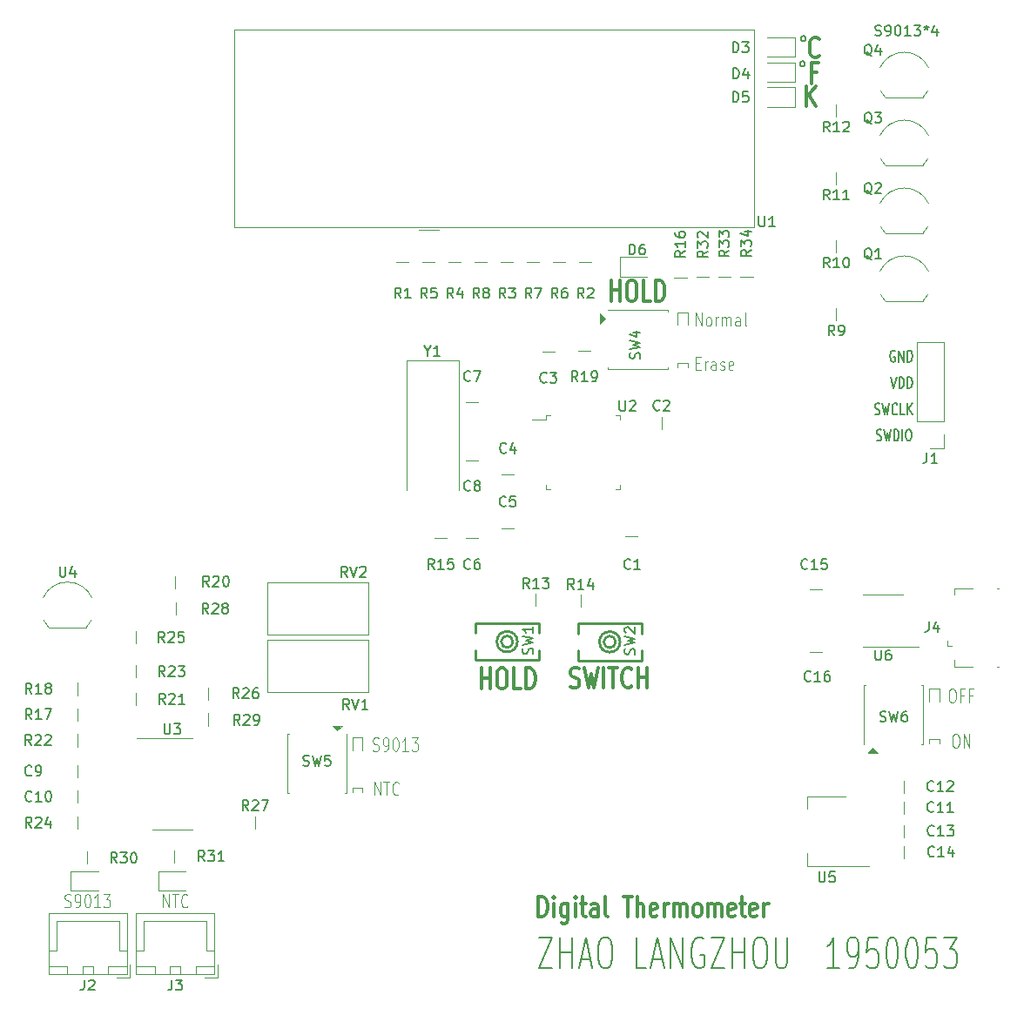
<source format=gto>
G04 #@! TF.GenerationSoftware,KiCad,Pcbnew,(5.1.10)-1*
G04 #@! TF.CreationDate,2021-08-06T21:51:28+08:00*
G04 #@! TF.ProjectId,digital_thermometer,64696769-7461-46c5-9f74-6865726d6f6d,rev?*
G04 #@! TF.SameCoordinates,Original*
G04 #@! TF.FileFunction,Legend,Top*
G04 #@! TF.FilePolarity,Positive*
%FSLAX45Y45*%
G04 Gerber Fmt 4.5, Leading zero omitted, Abs format (unit mm)*
G04 Created by KiCad (PCBNEW (5.1.10)-1) date 2021-08-06 21:51:28*
%MOMM*%
%LPD*%
G01*
G04 APERTURE LIST*
%ADD10C,0.300000*%
%ADD11C,0.187500*%
%ADD12C,0.120000*%
%ADD13C,0.150000*%
%ADD14C,0.200000*%
%ADD15C,0.156250*%
%ADD16C,0.100000*%
%ADD17C,0.254000*%
G04 APERTURE END LIST*
D10*
X11206857Y-8216476D02*
X11206857Y-8016476D01*
X11206857Y-8111714D02*
X11292571Y-8111714D01*
X11292571Y-8216476D02*
X11292571Y-8016476D01*
X11392571Y-8016476D02*
X11421143Y-8016476D01*
X11435428Y-8026000D01*
X11449714Y-8045048D01*
X11456857Y-8083143D01*
X11456857Y-8149809D01*
X11449714Y-8187905D01*
X11435428Y-8206952D01*
X11421143Y-8216476D01*
X11392571Y-8216476D01*
X11378286Y-8206952D01*
X11364000Y-8187905D01*
X11356857Y-8149809D01*
X11356857Y-8083143D01*
X11364000Y-8045048D01*
X11378286Y-8026000D01*
X11392571Y-8016476D01*
X11592571Y-8216476D02*
X11521143Y-8216476D01*
X11521143Y-8016476D01*
X11642571Y-8216476D02*
X11642571Y-8016476D01*
X11678286Y-8016476D01*
X11699714Y-8026000D01*
X11714000Y-8045048D01*
X11721143Y-8064095D01*
X11728286Y-8102190D01*
X11728286Y-8130762D01*
X11721143Y-8168857D01*
X11714000Y-8187905D01*
X11699714Y-8206952D01*
X11678286Y-8216476D01*
X11642571Y-8216476D01*
D11*
X13063643Y-5933928D02*
X13056500Y-5930357D01*
X13052928Y-5926786D01*
X13049357Y-5919643D01*
X13049357Y-5898214D01*
X13052928Y-5891071D01*
X13056500Y-5887500D01*
X13063643Y-5883928D01*
X13074357Y-5883928D01*
X13081500Y-5887500D01*
X13085071Y-5891071D01*
X13088643Y-5898214D01*
X13088643Y-5919643D01*
X13085071Y-5926786D01*
X13081500Y-5930357D01*
X13074357Y-5933928D01*
X13063643Y-5933928D01*
D10*
X13108714Y-6325476D02*
X13108714Y-6125476D01*
X13194428Y-6325476D02*
X13130143Y-6211190D01*
X13194428Y-6125476D02*
X13108714Y-6239762D01*
X13202428Y-5994714D02*
X13152428Y-5994714D01*
X13152428Y-6099476D02*
X13152428Y-5899476D01*
X13223857Y-5899476D01*
D11*
X13067643Y-5688928D02*
X13060500Y-5685357D01*
X13056928Y-5681786D01*
X13053357Y-5674643D01*
X13053357Y-5653214D01*
X13056928Y-5646071D01*
X13060500Y-5642500D01*
X13067643Y-5638928D01*
X13078357Y-5638928D01*
X13085500Y-5642500D01*
X13089071Y-5646071D01*
X13092643Y-5653214D01*
X13092643Y-5674643D01*
X13089071Y-5681786D01*
X13085500Y-5685357D01*
X13078357Y-5688928D01*
X13067643Y-5688928D01*
D10*
X13227428Y-5831428D02*
X13220286Y-5840952D01*
X13198857Y-5850476D01*
X13184571Y-5850476D01*
X13163143Y-5840952D01*
X13148857Y-5821905D01*
X13141714Y-5802857D01*
X13134571Y-5764762D01*
X13134571Y-5736190D01*
X13141714Y-5698095D01*
X13148857Y-5679048D01*
X13163143Y-5660000D01*
X13184571Y-5650476D01*
X13198857Y-5650476D01*
X13220286Y-5660000D01*
X13227428Y-5669524D01*
X10813000Y-11971952D02*
X10834429Y-11981476D01*
X10870143Y-11981476D01*
X10884429Y-11971952D01*
X10891571Y-11962428D01*
X10898714Y-11943381D01*
X10898714Y-11924333D01*
X10891571Y-11905286D01*
X10884429Y-11895762D01*
X10870143Y-11886238D01*
X10841571Y-11876714D01*
X10827286Y-11867190D01*
X10820143Y-11857667D01*
X10813000Y-11838619D01*
X10813000Y-11819571D01*
X10820143Y-11800524D01*
X10827286Y-11791000D01*
X10841571Y-11781476D01*
X10877286Y-11781476D01*
X10898714Y-11791000D01*
X10948714Y-11781476D02*
X10984429Y-11981476D01*
X11013000Y-11838619D01*
X11041571Y-11981476D01*
X11077286Y-11781476D01*
X11134429Y-11981476D02*
X11134429Y-11781476D01*
X11184429Y-11781476D02*
X11270143Y-11781476D01*
X11227286Y-11981476D02*
X11227286Y-11781476D01*
X11405857Y-11962428D02*
X11398714Y-11971952D01*
X11377286Y-11981476D01*
X11363000Y-11981476D01*
X11341571Y-11971952D01*
X11327286Y-11952905D01*
X11320143Y-11933857D01*
X11313000Y-11895762D01*
X11313000Y-11867190D01*
X11320143Y-11829095D01*
X11327286Y-11810048D01*
X11341571Y-11791000D01*
X11363000Y-11781476D01*
X11377286Y-11781476D01*
X11398714Y-11791000D01*
X11405857Y-11800524D01*
X11470143Y-11981476D02*
X11470143Y-11781476D01*
X11470143Y-11876714D02*
X11555857Y-11876714D01*
X11555857Y-11981476D02*
X11555857Y-11781476D01*
X9945857Y-11986476D02*
X9945857Y-11786476D01*
X9945857Y-11881714D02*
X10031571Y-11881714D01*
X10031571Y-11986476D02*
X10031571Y-11786476D01*
X10131571Y-11786476D02*
X10160143Y-11786476D01*
X10174429Y-11796000D01*
X10188714Y-11815048D01*
X10195857Y-11853143D01*
X10195857Y-11919809D01*
X10188714Y-11957905D01*
X10174429Y-11976952D01*
X10160143Y-11986476D01*
X10131571Y-11986476D01*
X10117286Y-11976952D01*
X10103000Y-11957905D01*
X10095857Y-11919809D01*
X10095857Y-11853143D01*
X10103000Y-11815048D01*
X10117286Y-11796000D01*
X10131571Y-11786476D01*
X10331571Y-11986476D02*
X10260143Y-11986476D01*
X10260143Y-11786476D01*
X10381571Y-11986476D02*
X10381571Y-11786476D01*
X10417286Y-11786476D01*
X10438714Y-11796000D01*
X10453000Y-11815048D01*
X10460143Y-11834095D01*
X10467286Y-11872190D01*
X10467286Y-11900762D01*
X10460143Y-11938857D01*
X10453000Y-11957905D01*
X10438714Y-11976952D01*
X10417286Y-11986476D01*
X10381571Y-11986476D01*
X10500857Y-14207476D02*
X10500857Y-14007476D01*
X10536571Y-14007476D01*
X10558000Y-14017000D01*
X10572286Y-14036048D01*
X10579429Y-14055095D01*
X10586571Y-14093190D01*
X10586571Y-14121762D01*
X10579429Y-14159857D01*
X10572286Y-14178905D01*
X10558000Y-14197952D01*
X10536571Y-14207476D01*
X10500857Y-14207476D01*
X10650857Y-14207476D02*
X10650857Y-14074143D01*
X10650857Y-14007476D02*
X10643714Y-14017000D01*
X10650857Y-14026524D01*
X10658000Y-14017000D01*
X10650857Y-14007476D01*
X10650857Y-14026524D01*
X10786571Y-14074143D02*
X10786571Y-14236048D01*
X10779429Y-14255095D01*
X10772286Y-14264619D01*
X10758000Y-14274143D01*
X10736571Y-14274143D01*
X10722286Y-14264619D01*
X10786571Y-14197952D02*
X10772286Y-14207476D01*
X10743714Y-14207476D01*
X10729429Y-14197952D01*
X10722286Y-14188428D01*
X10715143Y-14169381D01*
X10715143Y-14112238D01*
X10722286Y-14093190D01*
X10729429Y-14083667D01*
X10743714Y-14074143D01*
X10772286Y-14074143D01*
X10786571Y-14083667D01*
X10858000Y-14207476D02*
X10858000Y-14074143D01*
X10858000Y-14007476D02*
X10850857Y-14017000D01*
X10858000Y-14026524D01*
X10865143Y-14017000D01*
X10858000Y-14007476D01*
X10858000Y-14026524D01*
X10908000Y-14074143D02*
X10965143Y-14074143D01*
X10929429Y-14007476D02*
X10929429Y-14178905D01*
X10936571Y-14197952D01*
X10950857Y-14207476D01*
X10965143Y-14207476D01*
X11079429Y-14207476D02*
X11079429Y-14102714D01*
X11072286Y-14083667D01*
X11058000Y-14074143D01*
X11029429Y-14074143D01*
X11015143Y-14083667D01*
X11079429Y-14197952D02*
X11065143Y-14207476D01*
X11029429Y-14207476D01*
X11015143Y-14197952D01*
X11008000Y-14178905D01*
X11008000Y-14159857D01*
X11015143Y-14140809D01*
X11029429Y-14131286D01*
X11065143Y-14131286D01*
X11079429Y-14121762D01*
X11172286Y-14207476D02*
X11158000Y-14197952D01*
X11150857Y-14178905D01*
X11150857Y-14007476D01*
X11322286Y-14007476D02*
X11408000Y-14007476D01*
X11365143Y-14207476D02*
X11365143Y-14007476D01*
X11458000Y-14207476D02*
X11458000Y-14007476D01*
X11522286Y-14207476D02*
X11522286Y-14102714D01*
X11515143Y-14083667D01*
X11500857Y-14074143D01*
X11479428Y-14074143D01*
X11465143Y-14083667D01*
X11458000Y-14093190D01*
X11650857Y-14197952D02*
X11636571Y-14207476D01*
X11608000Y-14207476D01*
X11593714Y-14197952D01*
X11586571Y-14178905D01*
X11586571Y-14102714D01*
X11593714Y-14083667D01*
X11608000Y-14074143D01*
X11636571Y-14074143D01*
X11650857Y-14083667D01*
X11658000Y-14102714D01*
X11658000Y-14121762D01*
X11586571Y-14140809D01*
X11722286Y-14207476D02*
X11722286Y-14074143D01*
X11722286Y-14112238D02*
X11729428Y-14093190D01*
X11736571Y-14083667D01*
X11750857Y-14074143D01*
X11765143Y-14074143D01*
X11815143Y-14207476D02*
X11815143Y-14074143D01*
X11815143Y-14093190D02*
X11822286Y-14083667D01*
X11836571Y-14074143D01*
X11858000Y-14074143D01*
X11872286Y-14083667D01*
X11879428Y-14102714D01*
X11879428Y-14207476D01*
X11879428Y-14102714D02*
X11886571Y-14083667D01*
X11900857Y-14074143D01*
X11922286Y-14074143D01*
X11936571Y-14083667D01*
X11943714Y-14102714D01*
X11943714Y-14207476D01*
X12036571Y-14207476D02*
X12022286Y-14197952D01*
X12015143Y-14188428D01*
X12008000Y-14169381D01*
X12008000Y-14112238D01*
X12015143Y-14093190D01*
X12022286Y-14083667D01*
X12036571Y-14074143D01*
X12058000Y-14074143D01*
X12072286Y-14083667D01*
X12079428Y-14093190D01*
X12086571Y-14112238D01*
X12086571Y-14169381D01*
X12079428Y-14188428D01*
X12072286Y-14197952D01*
X12058000Y-14207476D01*
X12036571Y-14207476D01*
X12150857Y-14207476D02*
X12150857Y-14074143D01*
X12150857Y-14093190D02*
X12158000Y-14083667D01*
X12172286Y-14074143D01*
X12193714Y-14074143D01*
X12208000Y-14083667D01*
X12215143Y-14102714D01*
X12215143Y-14207476D01*
X12215143Y-14102714D02*
X12222286Y-14083667D01*
X12236571Y-14074143D01*
X12258000Y-14074143D01*
X12272286Y-14083667D01*
X12279428Y-14102714D01*
X12279428Y-14207476D01*
X12408000Y-14197952D02*
X12393714Y-14207476D01*
X12365143Y-14207476D01*
X12350857Y-14197952D01*
X12343714Y-14178905D01*
X12343714Y-14102714D01*
X12350857Y-14083667D01*
X12365143Y-14074143D01*
X12393714Y-14074143D01*
X12408000Y-14083667D01*
X12415143Y-14102714D01*
X12415143Y-14121762D01*
X12343714Y-14140809D01*
X12458000Y-14074143D02*
X12515143Y-14074143D01*
X12479428Y-14007476D02*
X12479428Y-14178905D01*
X12486571Y-14197952D01*
X12500857Y-14207476D01*
X12515143Y-14207476D01*
X12622286Y-14197952D02*
X12608000Y-14207476D01*
X12579428Y-14207476D01*
X12565143Y-14197952D01*
X12558000Y-14178905D01*
X12558000Y-14102714D01*
X12565143Y-14083667D01*
X12579428Y-14074143D01*
X12608000Y-14074143D01*
X12622286Y-14083667D01*
X12629428Y-14102714D01*
X12629428Y-14121762D01*
X12558000Y-14140809D01*
X12693714Y-14207476D02*
X12693714Y-14074143D01*
X12693714Y-14112238D02*
X12700857Y-14093190D01*
X12708000Y-14083667D01*
X12722286Y-14074143D01*
X12736571Y-14074143D01*
D12*
X14548095Y-12428809D02*
X14567143Y-12428809D01*
X14576667Y-12435000D01*
X14586190Y-12447381D01*
X14590952Y-12472143D01*
X14590952Y-12515476D01*
X14586190Y-12540238D01*
X14576667Y-12552619D01*
X14567143Y-12558809D01*
X14548095Y-12558809D01*
X14538571Y-12552619D01*
X14529048Y-12540238D01*
X14524286Y-12515476D01*
X14524286Y-12472143D01*
X14529048Y-12447381D01*
X14538571Y-12435000D01*
X14548095Y-12428809D01*
X14633809Y-12558809D02*
X14633809Y-12428809D01*
X14690952Y-12558809D01*
X14690952Y-12428809D01*
X14514762Y-11988809D02*
X14533809Y-11988809D01*
X14543333Y-11995000D01*
X14552857Y-12007381D01*
X14557619Y-12032143D01*
X14557619Y-12075476D01*
X14552857Y-12100238D01*
X14543333Y-12112619D01*
X14533809Y-12118809D01*
X14514762Y-12118809D01*
X14505238Y-12112619D01*
X14495714Y-12100238D01*
X14490952Y-12075476D01*
X14490952Y-12032143D01*
X14495714Y-12007381D01*
X14505238Y-11995000D01*
X14514762Y-11988809D01*
X14633809Y-12050714D02*
X14600476Y-12050714D01*
X14600476Y-12118809D02*
X14600476Y-11988809D01*
X14648095Y-11988809D01*
X14719524Y-12050714D02*
X14686190Y-12050714D01*
X14686190Y-12118809D02*
X14686190Y-11988809D01*
X14733809Y-11988809D01*
X14300000Y-12110000D02*
X14300000Y-11990000D01*
X14400000Y-12480000D02*
X14400000Y-12520000D01*
X14300000Y-12480000D02*
X14400000Y-12480000D01*
X14300000Y-12520000D02*
X14300000Y-12480000D01*
X14300000Y-11990000D02*
X14400000Y-11990000D01*
X14400000Y-11990000D02*
X14400000Y-12110000D01*
X8903333Y-13022809D02*
X8903333Y-12892809D01*
X8960476Y-13022809D01*
X8960476Y-12892809D01*
X8993810Y-12892809D02*
X9050952Y-12892809D01*
X9022381Y-13022809D02*
X9022381Y-12892809D01*
X9141429Y-13010428D02*
X9136667Y-13016619D01*
X9122381Y-13022809D01*
X9112857Y-13022809D01*
X9098571Y-13016619D01*
X9089048Y-13004238D01*
X9084286Y-12991857D01*
X9079524Y-12967095D01*
X9079524Y-12948524D01*
X9084286Y-12923762D01*
X9089048Y-12911381D01*
X9098571Y-12899000D01*
X9112857Y-12892809D01*
X9122381Y-12892809D01*
X9136667Y-12899000D01*
X9141429Y-12905190D01*
X8890952Y-12586619D02*
X8905238Y-12592809D01*
X8929048Y-12592809D01*
X8938571Y-12586619D01*
X8943333Y-12580428D01*
X8948095Y-12568048D01*
X8948095Y-12555667D01*
X8943333Y-12543286D01*
X8938571Y-12537095D01*
X8929048Y-12530905D01*
X8910000Y-12524714D01*
X8900476Y-12518524D01*
X8895714Y-12512333D01*
X8890952Y-12499952D01*
X8890952Y-12487571D01*
X8895714Y-12475190D01*
X8900476Y-12469000D01*
X8910000Y-12462809D01*
X8933810Y-12462809D01*
X8948095Y-12469000D01*
X8995714Y-12592809D02*
X9014762Y-12592809D01*
X9024286Y-12586619D01*
X9029048Y-12580428D01*
X9038571Y-12561857D01*
X9043333Y-12537095D01*
X9043333Y-12487571D01*
X9038571Y-12475190D01*
X9033810Y-12469000D01*
X9024286Y-12462809D01*
X9005238Y-12462809D01*
X8995714Y-12469000D01*
X8990952Y-12475190D01*
X8986190Y-12487571D01*
X8986190Y-12518524D01*
X8990952Y-12530905D01*
X8995714Y-12537095D01*
X9005238Y-12543286D01*
X9024286Y-12543286D01*
X9033810Y-12537095D01*
X9038571Y-12530905D01*
X9043333Y-12518524D01*
X9105238Y-12462809D02*
X9114762Y-12462809D01*
X9124286Y-12469000D01*
X9129048Y-12475190D01*
X9133810Y-12487571D01*
X9138571Y-12512333D01*
X9138571Y-12543286D01*
X9133810Y-12568048D01*
X9129048Y-12580428D01*
X9124286Y-12586619D01*
X9114762Y-12592809D01*
X9105238Y-12592809D01*
X9095714Y-12586619D01*
X9090952Y-12580428D01*
X9086190Y-12568048D01*
X9081429Y-12543286D01*
X9081429Y-12512333D01*
X9086190Y-12487571D01*
X9090952Y-12475190D01*
X9095714Y-12469000D01*
X9105238Y-12462809D01*
X9233810Y-12592809D02*
X9176667Y-12592809D01*
X9205238Y-12592809D02*
X9205238Y-12462809D01*
X9195714Y-12481381D01*
X9186190Y-12493762D01*
X9176667Y-12499952D01*
X9267143Y-12462809D02*
X9329048Y-12462809D01*
X9295714Y-12512333D01*
X9310000Y-12512333D01*
X9319524Y-12518524D01*
X9324286Y-12524714D01*
X9329048Y-12537095D01*
X9329048Y-12568048D01*
X9324286Y-12580428D01*
X9319524Y-12586619D01*
X9310000Y-12592809D01*
X9281429Y-12592809D01*
X9271905Y-12586619D01*
X9267143Y-12580428D01*
X8690000Y-12584000D02*
X8690000Y-12464000D01*
X8790000Y-12954000D02*
X8790000Y-12994000D01*
X8690000Y-12954000D02*
X8790000Y-12954000D01*
X8690000Y-12994000D02*
X8690000Y-12954000D01*
X8690000Y-12464000D02*
X8790000Y-12464000D01*
X8790000Y-12464000D02*
X8790000Y-12584000D01*
X12029048Y-8820714D02*
X12062381Y-8820714D01*
X12076667Y-8888810D02*
X12029048Y-8888810D01*
X12029048Y-8758810D01*
X12076667Y-8758810D01*
X12119524Y-8888810D02*
X12119524Y-8802143D01*
X12119524Y-8826905D02*
X12124286Y-8814524D01*
X12129048Y-8808333D01*
X12138571Y-8802143D01*
X12148095Y-8802143D01*
X12224286Y-8888810D02*
X12224286Y-8820714D01*
X12219524Y-8808333D01*
X12210000Y-8802143D01*
X12190952Y-8802143D01*
X12181428Y-8808333D01*
X12224286Y-8882619D02*
X12214762Y-8888810D01*
X12190952Y-8888810D01*
X12181428Y-8882619D01*
X12176667Y-8870238D01*
X12176667Y-8857857D01*
X12181428Y-8845476D01*
X12190952Y-8839286D01*
X12214762Y-8839286D01*
X12224286Y-8833095D01*
X12267143Y-8882619D02*
X12276667Y-8888810D01*
X12295714Y-8888810D01*
X12305238Y-8882619D01*
X12310000Y-8870238D01*
X12310000Y-8864048D01*
X12305238Y-8851667D01*
X12295714Y-8845476D01*
X12281428Y-8845476D01*
X12271905Y-8839286D01*
X12267143Y-8826905D01*
X12267143Y-8820714D01*
X12271905Y-8808333D01*
X12281428Y-8802143D01*
X12295714Y-8802143D01*
X12305238Y-8808333D01*
X12390952Y-8882619D02*
X12381428Y-8888810D01*
X12362381Y-8888810D01*
X12352857Y-8882619D01*
X12348095Y-8870238D01*
X12348095Y-8820714D01*
X12352857Y-8808333D01*
X12362381Y-8802143D01*
X12381428Y-8802143D01*
X12390952Y-8808333D01*
X12395714Y-8820714D01*
X12395714Y-8833095D01*
X12348095Y-8845476D01*
X12027143Y-8458810D02*
X12027143Y-8328809D01*
X12084286Y-8458810D01*
X12084286Y-8328809D01*
X12146190Y-8458810D02*
X12136667Y-8452619D01*
X12131905Y-8446429D01*
X12127143Y-8434048D01*
X12127143Y-8396905D01*
X12131905Y-8384524D01*
X12136667Y-8378333D01*
X12146190Y-8372143D01*
X12160476Y-8372143D01*
X12170000Y-8378333D01*
X12174762Y-8384524D01*
X12179524Y-8396905D01*
X12179524Y-8434048D01*
X12174762Y-8446429D01*
X12170000Y-8452619D01*
X12160476Y-8458810D01*
X12146190Y-8458810D01*
X12222381Y-8458810D02*
X12222381Y-8372143D01*
X12222381Y-8396905D02*
X12227143Y-8384524D01*
X12231905Y-8378333D01*
X12241428Y-8372143D01*
X12250952Y-8372143D01*
X12284286Y-8458810D02*
X12284286Y-8372143D01*
X12284286Y-8384524D02*
X12289048Y-8378333D01*
X12298571Y-8372143D01*
X12312857Y-8372143D01*
X12322381Y-8378333D01*
X12327143Y-8390714D01*
X12327143Y-8458810D01*
X12327143Y-8390714D02*
X12331905Y-8378333D01*
X12341428Y-8372143D01*
X12355714Y-8372143D01*
X12365238Y-8378333D01*
X12370000Y-8390714D01*
X12370000Y-8458810D01*
X12460476Y-8458810D02*
X12460476Y-8390714D01*
X12455714Y-8378333D01*
X12446190Y-8372143D01*
X12427143Y-8372143D01*
X12417619Y-8378333D01*
X12460476Y-8452619D02*
X12450952Y-8458810D01*
X12427143Y-8458810D01*
X12417619Y-8452619D01*
X12412857Y-8440238D01*
X12412857Y-8427857D01*
X12417619Y-8415476D01*
X12427143Y-8409286D01*
X12450952Y-8409286D01*
X12460476Y-8403095D01*
X12522381Y-8458810D02*
X12512857Y-8452619D01*
X12508095Y-8440238D01*
X12508095Y-8328809D01*
X11950000Y-8330000D02*
X11950000Y-8450000D01*
X11850000Y-8330000D02*
X11950000Y-8330000D01*
X11850000Y-8450000D02*
X11850000Y-8330000D01*
X11950000Y-8820000D02*
X11950000Y-8860000D01*
X11850000Y-8820000D02*
X11950000Y-8820000D01*
X11850000Y-8860000D02*
X11850000Y-8820000D01*
X6849333Y-14113809D02*
X6849333Y-13983809D01*
X6906476Y-14113809D01*
X6906476Y-13983809D01*
X6939809Y-13983809D02*
X6996952Y-13983809D01*
X6968381Y-14113809D02*
X6968381Y-13983809D01*
X7087428Y-14101428D02*
X7082667Y-14107619D01*
X7068381Y-14113809D01*
X7058857Y-14113809D01*
X7044571Y-14107619D01*
X7035048Y-14095238D01*
X7030286Y-14082857D01*
X7025524Y-14058095D01*
X7025524Y-14039524D01*
X7030286Y-14014762D01*
X7035048Y-14002381D01*
X7044571Y-13990000D01*
X7058857Y-13983809D01*
X7068381Y-13983809D01*
X7082667Y-13990000D01*
X7087428Y-13996190D01*
X5894952Y-14107619D02*
X5909238Y-14113809D01*
X5933048Y-14113809D01*
X5942571Y-14107619D01*
X5947333Y-14101428D01*
X5952095Y-14089048D01*
X5952095Y-14076667D01*
X5947333Y-14064286D01*
X5942571Y-14058095D01*
X5933048Y-14051905D01*
X5914000Y-14045714D01*
X5904476Y-14039524D01*
X5899714Y-14033333D01*
X5894952Y-14020952D01*
X5894952Y-14008571D01*
X5899714Y-13996190D01*
X5904476Y-13990000D01*
X5914000Y-13983809D01*
X5937809Y-13983809D01*
X5952095Y-13990000D01*
X5999714Y-14113809D02*
X6018762Y-14113809D01*
X6028286Y-14107619D01*
X6033048Y-14101428D01*
X6042571Y-14082857D01*
X6047333Y-14058095D01*
X6047333Y-14008571D01*
X6042571Y-13996190D01*
X6037809Y-13990000D01*
X6028286Y-13983809D01*
X6009238Y-13983809D01*
X5999714Y-13990000D01*
X5994952Y-13996190D01*
X5990190Y-14008571D01*
X5990190Y-14039524D01*
X5994952Y-14051905D01*
X5999714Y-14058095D01*
X6009238Y-14064286D01*
X6028286Y-14064286D01*
X6037809Y-14058095D01*
X6042571Y-14051905D01*
X6047333Y-14039524D01*
X6109238Y-13983809D02*
X6118762Y-13983809D01*
X6128286Y-13990000D01*
X6133048Y-13996190D01*
X6137809Y-14008571D01*
X6142571Y-14033333D01*
X6142571Y-14064286D01*
X6137809Y-14089048D01*
X6133048Y-14101428D01*
X6128286Y-14107619D01*
X6118762Y-14113809D01*
X6109238Y-14113809D01*
X6099714Y-14107619D01*
X6094952Y-14101428D01*
X6090190Y-14089048D01*
X6085428Y-14064286D01*
X6085428Y-14033333D01*
X6090190Y-14008571D01*
X6094952Y-13996190D01*
X6099714Y-13990000D01*
X6109238Y-13983809D01*
X6237809Y-14113809D02*
X6180667Y-14113809D01*
X6209238Y-14113809D02*
X6209238Y-13983809D01*
X6199714Y-14002381D01*
X6190190Y-14014762D01*
X6180667Y-14020952D01*
X6271143Y-13983809D02*
X6333048Y-13983809D01*
X6299714Y-14033333D01*
X6314000Y-14033333D01*
X6323524Y-14039524D01*
X6328286Y-14045714D01*
X6333048Y-14058095D01*
X6333048Y-14089048D01*
X6328286Y-14101428D01*
X6323524Y-14107619D01*
X6314000Y-14113809D01*
X6285428Y-14113809D01*
X6275905Y-14107619D01*
X6271143Y-14101428D01*
D13*
X13775238Y-5630476D02*
X13789524Y-5635238D01*
X13813333Y-5635238D01*
X13822857Y-5630476D01*
X13827619Y-5625714D01*
X13832381Y-5616190D01*
X13832381Y-5606667D01*
X13827619Y-5597143D01*
X13822857Y-5592381D01*
X13813333Y-5587619D01*
X13794286Y-5582857D01*
X13784762Y-5578095D01*
X13780000Y-5573333D01*
X13775238Y-5563810D01*
X13775238Y-5554286D01*
X13780000Y-5544762D01*
X13784762Y-5540000D01*
X13794286Y-5535238D01*
X13818095Y-5535238D01*
X13832381Y-5540000D01*
X13880000Y-5635238D02*
X13899048Y-5635238D01*
X13908571Y-5630476D01*
X13913333Y-5625714D01*
X13922857Y-5611428D01*
X13927619Y-5592381D01*
X13927619Y-5554286D01*
X13922857Y-5544762D01*
X13918095Y-5540000D01*
X13908571Y-5535238D01*
X13889524Y-5535238D01*
X13880000Y-5540000D01*
X13875238Y-5544762D01*
X13870476Y-5554286D01*
X13870476Y-5578095D01*
X13875238Y-5587619D01*
X13880000Y-5592381D01*
X13889524Y-5597143D01*
X13908571Y-5597143D01*
X13918095Y-5592381D01*
X13922857Y-5587619D01*
X13927619Y-5578095D01*
X13989524Y-5535238D02*
X13999048Y-5535238D01*
X14008571Y-5540000D01*
X14013333Y-5544762D01*
X14018095Y-5554286D01*
X14022857Y-5573333D01*
X14022857Y-5597143D01*
X14018095Y-5616190D01*
X14013333Y-5625714D01*
X14008571Y-5630476D01*
X13999048Y-5635238D01*
X13989524Y-5635238D01*
X13980000Y-5630476D01*
X13975238Y-5625714D01*
X13970476Y-5616190D01*
X13965714Y-5597143D01*
X13965714Y-5573333D01*
X13970476Y-5554286D01*
X13975238Y-5544762D01*
X13980000Y-5540000D01*
X13989524Y-5535238D01*
X14118095Y-5635238D02*
X14060952Y-5635238D01*
X14089524Y-5635238D02*
X14089524Y-5535238D01*
X14080000Y-5549524D01*
X14070476Y-5559048D01*
X14060952Y-5563810D01*
X14151428Y-5535238D02*
X14213333Y-5535238D01*
X14180000Y-5573333D01*
X14194286Y-5573333D01*
X14203809Y-5578095D01*
X14208571Y-5582857D01*
X14213333Y-5592381D01*
X14213333Y-5616190D01*
X14208571Y-5625714D01*
X14203809Y-5630476D01*
X14194286Y-5635238D01*
X14165714Y-5635238D01*
X14156190Y-5630476D01*
X14151428Y-5625714D01*
X14270476Y-5535238D02*
X14270476Y-5559048D01*
X14246667Y-5549524D02*
X14270476Y-5559048D01*
X14294286Y-5549524D01*
X14256190Y-5578095D02*
X14270476Y-5559048D01*
X14284762Y-5578095D01*
X14375238Y-5568571D02*
X14375238Y-5635238D01*
X14351428Y-5530476D02*
X14327619Y-5601905D01*
X14389524Y-5601905D01*
D14*
X13787976Y-9569524D02*
X13799405Y-9574762D01*
X13818452Y-9574762D01*
X13826071Y-9569524D01*
X13829881Y-9564286D01*
X13833690Y-9553810D01*
X13833690Y-9543333D01*
X13829881Y-9532857D01*
X13826071Y-9527619D01*
X13818452Y-9522381D01*
X13803214Y-9517143D01*
X13795595Y-9511905D01*
X13791786Y-9506667D01*
X13787976Y-9496190D01*
X13787976Y-9485714D01*
X13791786Y-9475238D01*
X13795595Y-9470000D01*
X13803214Y-9464762D01*
X13822262Y-9464762D01*
X13833690Y-9470000D01*
X13860357Y-9464762D02*
X13879405Y-9574762D01*
X13894643Y-9496190D01*
X13909881Y-9574762D01*
X13928928Y-9464762D01*
X13959405Y-9574762D02*
X13959405Y-9464762D01*
X13978452Y-9464762D01*
X13989881Y-9470000D01*
X13997500Y-9480476D01*
X14001309Y-9490952D01*
X14005119Y-9511905D01*
X14005119Y-9527619D01*
X14001309Y-9548571D01*
X13997500Y-9559048D01*
X13989881Y-9569524D01*
X13978452Y-9574762D01*
X13959405Y-9574762D01*
X14039405Y-9574762D02*
X14039405Y-9464762D01*
X14092738Y-9464762D02*
X14107976Y-9464762D01*
X14115595Y-9470000D01*
X14123214Y-9480476D01*
X14127024Y-9501429D01*
X14127024Y-9538095D01*
X14123214Y-9559048D01*
X14115595Y-9569524D01*
X14107976Y-9574762D01*
X14092738Y-9574762D01*
X14085119Y-9569524D01*
X14077500Y-9559048D01*
X14073690Y-9538095D01*
X14073690Y-9501429D01*
X14077500Y-9480476D01*
X14085119Y-9470000D01*
X14092738Y-9464762D01*
X13771548Y-9317024D02*
X13782976Y-9322262D01*
X13802024Y-9322262D01*
X13809643Y-9317024D01*
X13813452Y-9311786D01*
X13817262Y-9301310D01*
X13817262Y-9290833D01*
X13813452Y-9280357D01*
X13809643Y-9275119D01*
X13802024Y-9269881D01*
X13786786Y-9264643D01*
X13779167Y-9259405D01*
X13775357Y-9254167D01*
X13771548Y-9243690D01*
X13771548Y-9233214D01*
X13775357Y-9222738D01*
X13779167Y-9217500D01*
X13786786Y-9212262D01*
X13805833Y-9212262D01*
X13817262Y-9217500D01*
X13843928Y-9212262D02*
X13862976Y-9322262D01*
X13878214Y-9243690D01*
X13893452Y-9322262D01*
X13912500Y-9212262D01*
X13988690Y-9311786D02*
X13984881Y-9317024D01*
X13973452Y-9322262D01*
X13965833Y-9322262D01*
X13954405Y-9317024D01*
X13946786Y-9306548D01*
X13942976Y-9296071D01*
X13939167Y-9275119D01*
X13939167Y-9259405D01*
X13942976Y-9238452D01*
X13946786Y-9227976D01*
X13954405Y-9217500D01*
X13965833Y-9212262D01*
X13973452Y-9212262D01*
X13984881Y-9217500D01*
X13988690Y-9222738D01*
X14061071Y-9322262D02*
X14022976Y-9322262D01*
X14022976Y-9212262D01*
X14087738Y-9322262D02*
X14087738Y-9212262D01*
X14133452Y-9322262D02*
X14099167Y-9259405D01*
X14133452Y-9212262D02*
X14087738Y-9275119D01*
D11*
X13928333Y-8954762D02*
X13955000Y-9064762D01*
X13981667Y-8954762D01*
X14008333Y-9064762D02*
X14008333Y-8954762D01*
X14027381Y-8954762D01*
X14038809Y-8960000D01*
X14046428Y-8970476D01*
X14050238Y-8980952D01*
X14054048Y-9001905D01*
X14054048Y-9017619D01*
X14050238Y-9038571D01*
X14046428Y-9049048D01*
X14038809Y-9059524D01*
X14027381Y-9064762D01*
X14008333Y-9064762D01*
X14088333Y-9064762D02*
X14088333Y-8954762D01*
X14107381Y-8954762D01*
X14118809Y-8960000D01*
X14126428Y-8970476D01*
X14130238Y-8980952D01*
X14134048Y-9001905D01*
X14134048Y-9017619D01*
X14130238Y-9038571D01*
X14126428Y-9049048D01*
X14118809Y-9059524D01*
X14107381Y-9064762D01*
X14088333Y-9064762D01*
D15*
X13966548Y-8702500D02*
X13958928Y-8697262D01*
X13947500Y-8697262D01*
X13936071Y-8702500D01*
X13928452Y-8712976D01*
X13924643Y-8723452D01*
X13920833Y-8744405D01*
X13920833Y-8760119D01*
X13924643Y-8781071D01*
X13928452Y-8791548D01*
X13936071Y-8802024D01*
X13947500Y-8807262D01*
X13955119Y-8807262D01*
X13966548Y-8802024D01*
X13970357Y-8796786D01*
X13970357Y-8760119D01*
X13955119Y-8760119D01*
X14004643Y-8807262D02*
X14004643Y-8697262D01*
X14050357Y-8807262D01*
X14050357Y-8697262D01*
X14088452Y-8807262D02*
X14088452Y-8697262D01*
X14107500Y-8697262D01*
X14118928Y-8702500D01*
X14126548Y-8712976D01*
X14130357Y-8723452D01*
X14134167Y-8744405D01*
X14134167Y-8760119D01*
X14130357Y-8781071D01*
X14126548Y-8791548D01*
X14118928Y-8802024D01*
X14107500Y-8807262D01*
X14088452Y-8807262D01*
D14*
X10501905Y-14405714D02*
X10635238Y-14405714D01*
X10501905Y-14705714D01*
X10635238Y-14705714D01*
X10711429Y-14705714D02*
X10711429Y-14405714D01*
X10711429Y-14548571D02*
X10825714Y-14548571D01*
X10825714Y-14705714D02*
X10825714Y-14405714D01*
X10911429Y-14620000D02*
X11006667Y-14620000D01*
X10892381Y-14705714D02*
X10959048Y-14405714D01*
X11025714Y-14705714D01*
X11130476Y-14405714D02*
X11168571Y-14405714D01*
X11187619Y-14420000D01*
X11206667Y-14448571D01*
X11216190Y-14505714D01*
X11216190Y-14605714D01*
X11206667Y-14662857D01*
X11187619Y-14691428D01*
X11168571Y-14705714D01*
X11130476Y-14705714D01*
X11111429Y-14691428D01*
X11092381Y-14662857D01*
X11082857Y-14605714D01*
X11082857Y-14505714D01*
X11092381Y-14448571D01*
X11111429Y-14420000D01*
X11130476Y-14405714D01*
X11549524Y-14705714D02*
X11454286Y-14705714D01*
X11454286Y-14405714D01*
X11606667Y-14620000D02*
X11701905Y-14620000D01*
X11587619Y-14705714D02*
X11654286Y-14405714D01*
X11720952Y-14705714D01*
X11787619Y-14705714D02*
X11787619Y-14405714D01*
X11901905Y-14705714D01*
X11901905Y-14405714D01*
X12101905Y-14420000D02*
X12082857Y-14405714D01*
X12054286Y-14405714D01*
X12025714Y-14420000D01*
X12006667Y-14448571D01*
X11997143Y-14477143D01*
X11987619Y-14534286D01*
X11987619Y-14577143D01*
X11997143Y-14634286D01*
X12006667Y-14662857D01*
X12025714Y-14691428D01*
X12054286Y-14705714D01*
X12073333Y-14705714D01*
X12101905Y-14691428D01*
X12111428Y-14677143D01*
X12111428Y-14577143D01*
X12073333Y-14577143D01*
X12178095Y-14405714D02*
X12311428Y-14405714D01*
X12178095Y-14705714D01*
X12311428Y-14705714D01*
X12387619Y-14705714D02*
X12387619Y-14405714D01*
X12387619Y-14548571D02*
X12501905Y-14548571D01*
X12501905Y-14705714D02*
X12501905Y-14405714D01*
X12635238Y-14405714D02*
X12673333Y-14405714D01*
X12692381Y-14420000D01*
X12711428Y-14448571D01*
X12720952Y-14505714D01*
X12720952Y-14605714D01*
X12711428Y-14662857D01*
X12692381Y-14691428D01*
X12673333Y-14705714D01*
X12635238Y-14705714D01*
X12616190Y-14691428D01*
X12597143Y-14662857D01*
X12587619Y-14605714D01*
X12587619Y-14505714D01*
X12597143Y-14448571D01*
X12616190Y-14420000D01*
X12635238Y-14405714D01*
X12806667Y-14405714D02*
X12806667Y-14648571D01*
X12816190Y-14677143D01*
X12825714Y-14691428D01*
X12844762Y-14705714D01*
X12882857Y-14705714D01*
X12901905Y-14691428D01*
X12911428Y-14677143D01*
X12920952Y-14648571D01*
X12920952Y-14405714D01*
X13425714Y-14705714D02*
X13311428Y-14705714D01*
X13368571Y-14705714D02*
X13368571Y-14405714D01*
X13349524Y-14448571D01*
X13330476Y-14477143D01*
X13311428Y-14491428D01*
X13520952Y-14705714D02*
X13559048Y-14705714D01*
X13578095Y-14691428D01*
X13587619Y-14677143D01*
X13606667Y-14634286D01*
X13616190Y-14577143D01*
X13616190Y-14462857D01*
X13606667Y-14434286D01*
X13597143Y-14420000D01*
X13578095Y-14405714D01*
X13540000Y-14405714D01*
X13520952Y-14420000D01*
X13511428Y-14434286D01*
X13501905Y-14462857D01*
X13501905Y-14534286D01*
X13511428Y-14562857D01*
X13520952Y-14577143D01*
X13540000Y-14591428D01*
X13578095Y-14591428D01*
X13597143Y-14577143D01*
X13606667Y-14562857D01*
X13616190Y-14534286D01*
X13797143Y-14405714D02*
X13701905Y-14405714D01*
X13692381Y-14548571D01*
X13701905Y-14534286D01*
X13720952Y-14520000D01*
X13768571Y-14520000D01*
X13787619Y-14534286D01*
X13797143Y-14548571D01*
X13806667Y-14577143D01*
X13806667Y-14648571D01*
X13797143Y-14677143D01*
X13787619Y-14691428D01*
X13768571Y-14705714D01*
X13720952Y-14705714D01*
X13701905Y-14691428D01*
X13692381Y-14677143D01*
X13930476Y-14405714D02*
X13949524Y-14405714D01*
X13968571Y-14420000D01*
X13978095Y-14434286D01*
X13987619Y-14462857D01*
X13997143Y-14520000D01*
X13997143Y-14591428D01*
X13987619Y-14648571D01*
X13978095Y-14677143D01*
X13968571Y-14691428D01*
X13949524Y-14705714D01*
X13930476Y-14705714D01*
X13911428Y-14691428D01*
X13901905Y-14677143D01*
X13892381Y-14648571D01*
X13882857Y-14591428D01*
X13882857Y-14520000D01*
X13892381Y-14462857D01*
X13901905Y-14434286D01*
X13911428Y-14420000D01*
X13930476Y-14405714D01*
X14120952Y-14405714D02*
X14140000Y-14405714D01*
X14159048Y-14420000D01*
X14168571Y-14434286D01*
X14178095Y-14462857D01*
X14187619Y-14520000D01*
X14187619Y-14591428D01*
X14178095Y-14648571D01*
X14168571Y-14677143D01*
X14159048Y-14691428D01*
X14140000Y-14705714D01*
X14120952Y-14705714D01*
X14101905Y-14691428D01*
X14092381Y-14677143D01*
X14082857Y-14648571D01*
X14073333Y-14591428D01*
X14073333Y-14520000D01*
X14082857Y-14462857D01*
X14092381Y-14434286D01*
X14101905Y-14420000D01*
X14120952Y-14405714D01*
X14368571Y-14405714D02*
X14273333Y-14405714D01*
X14263809Y-14548571D01*
X14273333Y-14534286D01*
X14292381Y-14520000D01*
X14340000Y-14520000D01*
X14359048Y-14534286D01*
X14368571Y-14548571D01*
X14378095Y-14577143D01*
X14378095Y-14648571D01*
X14368571Y-14677143D01*
X14359048Y-14691428D01*
X14340000Y-14705714D01*
X14292381Y-14705714D01*
X14273333Y-14691428D01*
X14263809Y-14677143D01*
X14444762Y-14405714D02*
X14568571Y-14405714D01*
X14501905Y-14520000D01*
X14530476Y-14520000D01*
X14549524Y-14534286D01*
X14559048Y-14548571D01*
X14568571Y-14577143D01*
X14568571Y-14648571D01*
X14559048Y-14677143D01*
X14549524Y-14691428D01*
X14530476Y-14705714D01*
X14473333Y-14705714D01*
X14454286Y-14691428D01*
X14444762Y-14677143D01*
D12*
G04 #@! TO.C,R16*
X11941000Y-7986500D02*
X11821000Y-7986500D01*
G04 #@! TO.C,R34*
X12584000Y-7982000D02*
X12464000Y-7982000D01*
G04 #@! TO.C,R33*
X12369667Y-7981500D02*
X12249667Y-7981500D01*
G04 #@! TO.C,R32*
X12155333Y-7981500D02*
X12035333Y-7981500D01*
G04 #@! TO.C,D6*
X11557000Y-7788000D02*
X11288500Y-7788000D01*
X11288500Y-7788000D02*
X11288500Y-7980000D01*
X11288500Y-7980000D02*
X11557000Y-7980000D01*
G04 #@! TO.C,D5*
X12722750Y-6326000D02*
X12991250Y-6326000D01*
X12991250Y-6326000D02*
X12991250Y-6134000D01*
X12991250Y-6134000D02*
X12722750Y-6134000D01*
G04 #@! TO.C,D4*
X12722750Y-6088000D02*
X12991250Y-6088000D01*
X12991250Y-6088000D02*
X12991250Y-5896000D01*
X12991250Y-5896000D02*
X12722750Y-5896000D01*
G04 #@! TO.C,D3*
X12722750Y-5841000D02*
X12991250Y-5841000D01*
X12991250Y-5841000D02*
X12991250Y-5649000D01*
X12991250Y-5649000D02*
X12722750Y-5649000D01*
G04 #@! TO.C,R31*
X6961500Y-13679000D02*
X6961500Y-13559000D01*
G04 #@! TO.C,R30*
X6111500Y-13686000D02*
X6111500Y-13566000D01*
G04 #@! TO.C,D2*
X6801500Y-13952000D02*
X7070000Y-13952000D01*
X6801500Y-13760000D02*
X6801500Y-13952000D01*
X7070000Y-13760000D02*
X6801500Y-13760000D01*
G04 #@! TO.C,D1*
X5950500Y-13952000D02*
X6219000Y-13952000D01*
X5950500Y-13760000D02*
X5950500Y-13952000D01*
X6219000Y-13760000D02*
X5950500Y-13760000D01*
D16*
G04 #@! TO.C,SW5*
G36*
X8495000Y-12346000D02*
G01*
X8595000Y-12346000D01*
X8545000Y-12396000D01*
X8495000Y-12346000D01*
G37*
X8495000Y-12346000D02*
X8595000Y-12346000D01*
X8545000Y-12396000D01*
X8495000Y-12346000D01*
D12*
X8055000Y-13006000D02*
X8075000Y-13006000D01*
X8055000Y-12426000D02*
X8055000Y-13006000D01*
X8075000Y-12426000D02*
X8055000Y-12426000D01*
X8635000Y-13006000D02*
X8635000Y-12426000D01*
X8615000Y-13006000D02*
X8635000Y-13006000D01*
G04 #@! TO.C,SW4*
X11755000Y-8320000D02*
X11755000Y-8300000D01*
X11755000Y-8300000D02*
X11175000Y-8300000D01*
X11175000Y-8860000D02*
X11175000Y-8880000D01*
X11175000Y-8880000D02*
X11755000Y-8880000D01*
X11755000Y-8880000D02*
X11755000Y-8860000D01*
D16*
G36*
X11095000Y-8440000D02*
G01*
X11095000Y-8340000D01*
X11145000Y-8390000D01*
X11095000Y-8440000D01*
G37*
X11095000Y-8440000D02*
X11095000Y-8340000D01*
X11145000Y-8390000D01*
X11095000Y-8440000D01*
D12*
G04 #@! TO.C,R28*
X6970500Y-11145000D02*
X6970500Y-11265000D01*
G04 #@! TO.C,J3*
X7350000Y-14764000D02*
X7350000Y-14167000D01*
X7350000Y-14167000D02*
X6588000Y-14167000D01*
X6588000Y-14167000D02*
X6588000Y-14764000D01*
X6588000Y-14764000D02*
X7350000Y-14764000D01*
X7019000Y-14763000D02*
X7019000Y-14688000D01*
X7019000Y-14688000D02*
X6919000Y-14688000D01*
X6919000Y-14688000D02*
X6919000Y-14763000D01*
X6919000Y-14763000D02*
X7019000Y-14763000D01*
X7349000Y-14763000D02*
X7349000Y-14688000D01*
X7349000Y-14688000D02*
X7169000Y-14688000D01*
X7169000Y-14688000D02*
X7169000Y-14763000D01*
X7169000Y-14763000D02*
X7349000Y-14763000D01*
X6769000Y-14763000D02*
X6769000Y-14688000D01*
X6769000Y-14688000D02*
X6589000Y-14688000D01*
X6589000Y-14688000D02*
X6589000Y-14763000D01*
X6589000Y-14763000D02*
X6769000Y-14763000D01*
X7349000Y-14538000D02*
X7274000Y-14538000D01*
X7274000Y-14538000D02*
X7274000Y-14243000D01*
X7274000Y-14243000D02*
X6969000Y-14243000D01*
X6589000Y-14538000D02*
X6664000Y-14538000D01*
X6664000Y-14538000D02*
X6664000Y-14243000D01*
X6664000Y-14243000D02*
X6969000Y-14243000D01*
X7254000Y-14793000D02*
X7379000Y-14793000D01*
X7379000Y-14793000D02*
X7379000Y-14668000D01*
D17*
G04 #@! TO.C,SW2*
X11249800Y-11532000D02*
G75*
G03*
X11249800Y-11532000I-56800J0D01*
G01*
X11293000Y-11532000D02*
G75*
G03*
X11293000Y-11532000I-100000J0D01*
G01*
X11503000Y-11712000D02*
X11503000Y-11613900D01*
X10883000Y-11712000D02*
X11503000Y-11712000D01*
X10883000Y-11712000D02*
X10883000Y-11613900D01*
X11503000Y-11352000D02*
X10883000Y-11352000D01*
X10883000Y-11352000D02*
X10883000Y-11450100D01*
X11503000Y-11352000D02*
X11503000Y-11450100D01*
G04 #@! TO.C,SW1*
X10251800Y-11530000D02*
G75*
G03*
X10251800Y-11530000I-56800J0D01*
G01*
X10295000Y-11530000D02*
G75*
G03*
X10295000Y-11530000I-100000J0D01*
G01*
X9885000Y-11350000D02*
X9885000Y-11448100D01*
X10505000Y-11350000D02*
X9885000Y-11350000D01*
X10505000Y-11350000D02*
X10505000Y-11448100D01*
X9885000Y-11710000D02*
X10505000Y-11710000D01*
X10505000Y-11710000D02*
X10505000Y-11611900D01*
X9885000Y-11710000D02*
X9885000Y-11611900D01*
D12*
G04 #@! TO.C,R14*
X10912500Y-11189000D02*
X10912500Y-11069000D01*
G04 #@! TO.C,R13*
X10473500Y-11064000D02*
X10473500Y-11184000D01*
G04 #@! TO.C,Y1*
X9215000Y-8795000D02*
X9215000Y-10055000D01*
X9725000Y-8795000D02*
X9215000Y-8795000D01*
X9725000Y-10055000D02*
X9725000Y-8795000D01*
G04 #@! TO.C,U2*
X10569850Y-9371800D02*
X10440850Y-9371800D01*
X10569850Y-9326800D02*
X10569850Y-9371800D01*
X10614850Y-9326800D02*
X10569850Y-9326800D01*
X11291850Y-9326800D02*
X11291850Y-9371800D01*
X11246850Y-9326800D02*
X11291850Y-9326800D01*
X10569850Y-10048800D02*
X10569850Y-10003800D01*
X10614850Y-10048800D02*
X10569850Y-10048800D01*
X11291850Y-10048800D02*
X11291850Y-10003800D01*
X11246850Y-10048800D02*
X11291850Y-10048800D01*
G04 #@! TO.C,Q4*
X13876200Y-6241000D02*
X14236200Y-6241000D01*
X14288618Y-6168279D02*
G75*
G02*
X14236200Y-6241000I-232418J112280D01*
G01*
X14291840Y-5946119D02*
G75*
G03*
X14056200Y-5796000I-235640J-109881D01*
G01*
X13820560Y-5946119D02*
G75*
G02*
X14056200Y-5796000I235640J-109881D01*
G01*
X13823782Y-6168279D02*
G75*
G03*
X13876200Y-6241000I232418J112280D01*
G01*
G04 #@! TO.C,U1*
X9333400Y-7525600D02*
X9533400Y-7525600D01*
X12595400Y-5576600D02*
X7541400Y-5576600D01*
X12595400Y-7500600D02*
X12595400Y-5576600D01*
X7541400Y-7500600D02*
X12595400Y-7500600D01*
X7541400Y-7500600D02*
X7541400Y-5576600D01*
G04 #@! TO.C,U4*
X5741000Y-11394500D02*
X6101000Y-11394500D01*
X6153418Y-11321779D02*
G75*
G02*
X6101000Y-11394500I-232418J112280D01*
G01*
X6156640Y-11099619D02*
G75*
G03*
X5921000Y-10949500I-235640J-109881D01*
G01*
X5685360Y-11099619D02*
G75*
G02*
X5921000Y-10949500I235640J-109881D01*
G01*
X5688582Y-11321779D02*
G75*
G03*
X5741000Y-11394500I232418J112280D01*
G01*
G04 #@! TO.C,U3*
X6936800Y-12467800D02*
X6591800Y-12467800D01*
X6936800Y-12467800D02*
X7131800Y-12467800D01*
X6936800Y-13354800D02*
X6741800Y-13354800D01*
X6936800Y-13354800D02*
X7131800Y-13354800D01*
G04 #@! TO.C,U6*
X13849500Y-11581100D02*
X14194500Y-11581100D01*
X13849500Y-11581100D02*
X13654500Y-11581100D01*
X13849500Y-11069100D02*
X14044500Y-11069100D01*
X13849500Y-11069100D02*
X13654500Y-11069100D01*
G04 #@! TO.C,U5*
X13714400Y-13713800D02*
X13113400Y-13713800D01*
X13489400Y-13031800D02*
X13113400Y-13031800D01*
X13113400Y-13713800D02*
X13113400Y-13587800D01*
X13113400Y-13031800D02*
X13113400Y-13157800D01*
D16*
G04 #@! TO.C,SW6*
G36*
X13801400Y-12608400D02*
G01*
X13701400Y-12608400D01*
X13751400Y-12558400D01*
X13801400Y-12608400D01*
G37*
X13801400Y-12608400D02*
X13701400Y-12608400D01*
X13751400Y-12558400D01*
X13801400Y-12608400D01*
D12*
X14241400Y-11948400D02*
X14221400Y-11948400D01*
X14241400Y-12528400D02*
X14241400Y-11948400D01*
X14221400Y-12528400D02*
X14241400Y-12528400D01*
X13661400Y-11948400D02*
X13661400Y-12528400D01*
X13681400Y-11948400D02*
X13661400Y-11948400D01*
G04 #@! TO.C,RV2*
X7865500Y-11460000D02*
X7865500Y-10953000D01*
X8842500Y-11460000D02*
X8842500Y-10953000D01*
X8842500Y-10953000D02*
X7865500Y-10953000D01*
X8842500Y-11460000D02*
X7865500Y-11460000D01*
G04 #@! TO.C,RV1*
X7865500Y-12017500D02*
X7865500Y-11510500D01*
X8842500Y-12017500D02*
X8842500Y-11510500D01*
X8842500Y-11510500D02*
X7865500Y-11510500D01*
X8842500Y-12017500D02*
X7865500Y-12017500D01*
G04 #@! TO.C,R29*
X7284000Y-12347000D02*
X7284000Y-12227000D01*
G04 #@! TO.C,R27*
X7745000Y-13352000D02*
X7745000Y-13232000D01*
G04 #@! TO.C,R26*
X7285000Y-12097000D02*
X7285000Y-11977000D01*
G04 #@! TO.C,R25*
X6583700Y-11549500D02*
X6583700Y-11429500D01*
G04 #@! TO.C,R24*
X6018300Y-13352300D02*
X6018300Y-13232300D01*
G04 #@! TO.C,R23*
X6581900Y-11877500D02*
X6581900Y-11757500D01*
G04 #@! TO.C,R22*
X6018300Y-12549500D02*
X6018300Y-12429500D01*
G04 #@! TO.C,R21*
X6583700Y-12145500D02*
X6583700Y-12025500D01*
G04 #@! TO.C,R20*
X6969500Y-10893000D02*
X6969500Y-11013000D01*
G04 #@! TO.C,R18*
X6018300Y-11929500D02*
X6018300Y-12049500D01*
G04 #@! TO.C,R17*
X6018300Y-12299500D02*
X6018300Y-12179500D01*
G04 #@! TO.C,J2*
X6528000Y-14793000D02*
X6528000Y-14668000D01*
X6403000Y-14793000D02*
X6528000Y-14793000D01*
X5813000Y-14243000D02*
X6118000Y-14243000D01*
X5813000Y-14538000D02*
X5813000Y-14243000D01*
X5738000Y-14538000D02*
X5813000Y-14538000D01*
X6423000Y-14243000D02*
X6118000Y-14243000D01*
X6423000Y-14538000D02*
X6423000Y-14243000D01*
X6498000Y-14538000D02*
X6423000Y-14538000D01*
X5738000Y-14763000D02*
X5918000Y-14763000D01*
X5738000Y-14688000D02*
X5738000Y-14763000D01*
X5918000Y-14688000D02*
X5738000Y-14688000D01*
X5918000Y-14763000D02*
X5918000Y-14688000D01*
X6318000Y-14763000D02*
X6498000Y-14763000D01*
X6318000Y-14688000D02*
X6318000Y-14763000D01*
X6498000Y-14688000D02*
X6318000Y-14688000D01*
X6498000Y-14763000D02*
X6498000Y-14688000D01*
X6068000Y-14763000D02*
X6168000Y-14763000D01*
X6068000Y-14688000D02*
X6068000Y-14763000D01*
X6168000Y-14688000D02*
X6068000Y-14688000D01*
X6168000Y-14763000D02*
X6168000Y-14688000D01*
X5737000Y-14764000D02*
X6499000Y-14764000D01*
X5737000Y-14167000D02*
X5737000Y-14764000D01*
X6499000Y-14167000D02*
X5737000Y-14167000D01*
X6499000Y-14764000D02*
X6499000Y-14167000D01*
G04 #@! TO.C,C16*
X13140000Y-11632500D02*
X13260000Y-11632500D01*
G04 #@! TO.C,C15*
X13260000Y-11017500D02*
X13140000Y-11017500D01*
G04 #@! TO.C,R19*
X11006000Y-8700500D02*
X10886000Y-8700500D01*
G04 #@! TO.C,R15*
X9609400Y-10524800D02*
X9489400Y-10524800D01*
G04 #@! TO.C,R12*
X13394900Y-6300800D02*
X13394900Y-6420800D01*
G04 #@! TO.C,R11*
X13394900Y-6961200D02*
X13394900Y-7081200D01*
G04 #@! TO.C,R10*
X13394900Y-7621600D02*
X13394900Y-7741600D01*
G04 #@! TO.C,R9*
X13394900Y-8282000D02*
X13394900Y-8402000D01*
G04 #@! TO.C,R8*
X9881400Y-7838100D02*
X10001400Y-7838100D01*
G04 #@! TO.C,R7*
X10389400Y-7838100D02*
X10509400Y-7838100D01*
G04 #@! TO.C,R6*
X10643400Y-7838100D02*
X10763400Y-7838100D01*
G04 #@! TO.C,R5*
X9373400Y-7838100D02*
X9493400Y-7838100D01*
G04 #@! TO.C,R4*
X9627400Y-7838100D02*
X9747400Y-7838100D01*
G04 #@! TO.C,R3*
X10135400Y-7838100D02*
X10255400Y-7838100D01*
G04 #@! TO.C,R2*
X10897400Y-7838100D02*
X11017400Y-7838100D01*
G04 #@! TO.C,R1*
X9119400Y-7838100D02*
X9239400Y-7838100D01*
G04 #@! TO.C,C14*
X14055300Y-13636000D02*
X14055300Y-13516000D01*
G04 #@! TO.C,C13*
X14055000Y-13432800D02*
X14055000Y-13312800D01*
G04 #@! TO.C,C12*
X14050000Y-12999600D02*
X14050000Y-12879600D01*
G04 #@! TO.C,C11*
X14050000Y-13202800D02*
X14050000Y-13082800D01*
G04 #@! TO.C,C10*
X6018300Y-12978300D02*
X6018300Y-13098300D01*
G04 #@! TO.C,C9*
X6018300Y-12729500D02*
X6018300Y-12849500D01*
G04 #@! TO.C,C8*
X9794200Y-9763700D02*
X9914200Y-9763700D01*
G04 #@! TO.C,C7*
X9914200Y-9204000D02*
X9794200Y-9204000D01*
G04 #@! TO.C,C6*
X9794200Y-10524800D02*
X9914200Y-10524800D01*
G04 #@! TO.C,C5*
X10140000Y-10424100D02*
X10260000Y-10424100D01*
G04 #@! TO.C,C4*
X10263000Y-9905500D02*
X10143000Y-9905500D01*
G04 #@! TO.C,C3*
X10655000Y-8712500D02*
X10535000Y-8712500D01*
G04 #@! TO.C,C2*
X11696500Y-9461000D02*
X11696500Y-9341000D01*
G04 #@! TO.C,C1*
X11340000Y-10502500D02*
X11460000Y-10502500D01*
G04 #@! TO.C,Q3*
X13876200Y-6901400D02*
X14236200Y-6901400D01*
X14288618Y-6828679D02*
G75*
G02*
X14236200Y-6901400I-232418J112280D01*
G01*
X14291840Y-6606519D02*
G75*
G03*
X14056200Y-6456400I-235640J-109881D01*
G01*
X13820560Y-6606519D02*
G75*
G02*
X14056200Y-6456400I235640J-109881D01*
G01*
X13823782Y-6828679D02*
G75*
G03*
X13876200Y-6901400I232418J112280D01*
G01*
G04 #@! TO.C,Q2*
X13876200Y-7561800D02*
X14236200Y-7561800D01*
X14288618Y-7489079D02*
G75*
G02*
X14236200Y-7561800I-232418J112280D01*
G01*
X14291840Y-7266919D02*
G75*
G03*
X14056200Y-7116800I-235640J-109881D01*
G01*
X13820560Y-7266919D02*
G75*
G02*
X14056200Y-7116800I235640J-109881D01*
G01*
X13823782Y-7489079D02*
G75*
G03*
X13876200Y-7561800I232418J112280D01*
G01*
G04 #@! TO.C,Q1*
X13876200Y-8222200D02*
X14236200Y-8222200D01*
X14288618Y-8149479D02*
G75*
G02*
X14236200Y-8222200I-232418J112280D01*
G01*
X14291840Y-7927319D02*
G75*
G03*
X14056200Y-7777200I-235640J-109881D01*
G01*
X13820560Y-7927319D02*
G75*
G02*
X14056200Y-7777200I235640J-109881D01*
G01*
X13823782Y-8149479D02*
G75*
G03*
X13876200Y-8222200I232418J112280D01*
G01*
G04 #@! TO.C,J4*
X14545600Y-11772600D02*
X14545600Y-11706600D01*
X14718600Y-11772600D02*
X14545600Y-11772600D01*
X14975600Y-11010600D02*
X14954600Y-11010600D01*
X14975600Y-11772600D02*
X14954600Y-11772600D01*
X14718600Y-11010600D02*
X14545600Y-11010600D01*
X14545600Y-11010600D02*
X14545600Y-11075600D01*
X14475600Y-11567600D02*
X14475600Y-11522600D01*
X14475600Y-11567600D02*
X14514600Y-11567600D01*
G04 #@! TO.C,J1*
X14443000Y-9648000D02*
X14310000Y-9648000D01*
X14443000Y-9515000D02*
X14443000Y-9648000D01*
X14443000Y-9388000D02*
X14177000Y-9388000D01*
X14177000Y-9388000D02*
X14177000Y-8620000D01*
X14443000Y-9388000D02*
X14443000Y-8620000D01*
X14443000Y-8620000D02*
X14177000Y-8620000D01*
G04 #@! TO.C,R16*
D13*
X11926238Y-7730286D02*
X11878619Y-7763619D01*
X11926238Y-7787428D02*
X11826238Y-7787428D01*
X11826238Y-7749333D01*
X11831000Y-7739809D01*
X11835762Y-7735048D01*
X11845286Y-7730286D01*
X11859571Y-7730286D01*
X11869095Y-7735048D01*
X11873857Y-7739809D01*
X11878619Y-7749333D01*
X11878619Y-7787428D01*
X11926238Y-7635048D02*
X11926238Y-7692190D01*
X11926238Y-7663619D02*
X11826238Y-7663619D01*
X11840524Y-7673143D01*
X11850048Y-7682667D01*
X11854809Y-7692190D01*
X11826238Y-7549333D02*
X11826238Y-7568381D01*
X11831000Y-7577905D01*
X11835762Y-7582667D01*
X11850048Y-7592190D01*
X11869095Y-7596952D01*
X11907190Y-7596952D01*
X11916714Y-7592190D01*
X11921476Y-7587428D01*
X11926238Y-7577905D01*
X11926238Y-7558857D01*
X11921476Y-7549333D01*
X11916714Y-7544571D01*
X11907190Y-7539809D01*
X11883381Y-7539809D01*
X11873857Y-7544571D01*
X11869095Y-7549333D01*
X11864333Y-7558857D01*
X11864333Y-7577905D01*
X11869095Y-7587428D01*
X11873857Y-7592190D01*
X11883381Y-7596952D01*
G04 #@! TO.C,R34*
X12569238Y-7718786D02*
X12521619Y-7752119D01*
X12569238Y-7775928D02*
X12469238Y-7775928D01*
X12469238Y-7737833D01*
X12474000Y-7728309D01*
X12478762Y-7723548D01*
X12488286Y-7718786D01*
X12502571Y-7718786D01*
X12512095Y-7723548D01*
X12516857Y-7728309D01*
X12521619Y-7737833D01*
X12521619Y-7775928D01*
X12469238Y-7685452D02*
X12469238Y-7623548D01*
X12507333Y-7656881D01*
X12507333Y-7642595D01*
X12512095Y-7633071D01*
X12516857Y-7628309D01*
X12526381Y-7623548D01*
X12550190Y-7623548D01*
X12559714Y-7628309D01*
X12564476Y-7633071D01*
X12569238Y-7642595D01*
X12569238Y-7671167D01*
X12564476Y-7680690D01*
X12559714Y-7685452D01*
X12502571Y-7537833D02*
X12569238Y-7537833D01*
X12464476Y-7561643D02*
X12535905Y-7585452D01*
X12535905Y-7523548D01*
G04 #@! TO.C,R33*
X12354905Y-7723286D02*
X12307286Y-7756619D01*
X12354905Y-7780428D02*
X12254905Y-7780428D01*
X12254905Y-7742333D01*
X12259667Y-7732809D01*
X12264428Y-7728048D01*
X12273952Y-7723286D01*
X12288238Y-7723286D01*
X12297762Y-7728048D01*
X12302524Y-7732809D01*
X12307286Y-7742333D01*
X12307286Y-7780428D01*
X12254905Y-7689952D02*
X12254905Y-7628048D01*
X12293000Y-7661381D01*
X12293000Y-7647095D01*
X12297762Y-7637571D01*
X12302524Y-7632809D01*
X12312047Y-7628048D01*
X12335857Y-7628048D01*
X12345381Y-7632809D01*
X12350143Y-7637571D01*
X12354905Y-7647095D01*
X12354905Y-7675667D01*
X12350143Y-7685190D01*
X12345381Y-7689952D01*
X12254905Y-7594714D02*
X12254905Y-7532809D01*
X12293000Y-7566143D01*
X12293000Y-7551857D01*
X12297762Y-7542333D01*
X12302524Y-7537571D01*
X12312047Y-7532809D01*
X12335857Y-7532809D01*
X12345381Y-7537571D01*
X12350143Y-7542333D01*
X12354905Y-7551857D01*
X12354905Y-7580428D01*
X12350143Y-7589952D01*
X12345381Y-7594714D01*
G04 #@! TO.C,R32*
X12145571Y-7731786D02*
X12097952Y-7765119D01*
X12145571Y-7788928D02*
X12045571Y-7788928D01*
X12045571Y-7750833D01*
X12050333Y-7741309D01*
X12055095Y-7736548D01*
X12064619Y-7731786D01*
X12078905Y-7731786D01*
X12088428Y-7736548D01*
X12093190Y-7741309D01*
X12097952Y-7750833D01*
X12097952Y-7788928D01*
X12045571Y-7698452D02*
X12045571Y-7636548D01*
X12083667Y-7669881D01*
X12083667Y-7655595D01*
X12088428Y-7646071D01*
X12093190Y-7641309D01*
X12102714Y-7636548D01*
X12126524Y-7636548D01*
X12136047Y-7641309D01*
X12140809Y-7646071D01*
X12145571Y-7655595D01*
X12145571Y-7684167D01*
X12140809Y-7693690D01*
X12136047Y-7698452D01*
X12055095Y-7598452D02*
X12050333Y-7593690D01*
X12045571Y-7584167D01*
X12045571Y-7560357D01*
X12050333Y-7550833D01*
X12055095Y-7546071D01*
X12064619Y-7541309D01*
X12074143Y-7541309D01*
X12088428Y-7546071D01*
X12145571Y-7603214D01*
X12145571Y-7541309D01*
G04 #@! TO.C,D6*
X11383190Y-7764238D02*
X11383190Y-7664238D01*
X11407000Y-7664238D01*
X11421286Y-7669000D01*
X11430809Y-7678524D01*
X11435571Y-7688048D01*
X11440333Y-7707095D01*
X11440333Y-7721381D01*
X11435571Y-7740428D01*
X11430809Y-7749952D01*
X11421286Y-7759476D01*
X11407000Y-7764238D01*
X11383190Y-7764238D01*
X11526048Y-7664238D02*
X11507000Y-7664238D01*
X11497476Y-7669000D01*
X11492714Y-7673762D01*
X11483190Y-7688048D01*
X11478428Y-7707095D01*
X11478428Y-7745190D01*
X11483190Y-7754714D01*
X11487952Y-7759476D01*
X11497476Y-7764238D01*
X11516524Y-7764238D01*
X11526048Y-7759476D01*
X11530809Y-7754714D01*
X11535571Y-7745190D01*
X11535571Y-7721381D01*
X11530809Y-7711857D01*
X11526048Y-7707095D01*
X11516524Y-7702333D01*
X11497476Y-7702333D01*
X11487952Y-7707095D01*
X11483190Y-7711857D01*
X11478428Y-7721381D01*
G04 #@! TO.C,D5*
X12389190Y-6280238D02*
X12389190Y-6180238D01*
X12413000Y-6180238D01*
X12427286Y-6185000D01*
X12436809Y-6194524D01*
X12441571Y-6204048D01*
X12446333Y-6223095D01*
X12446333Y-6237381D01*
X12441571Y-6256428D01*
X12436809Y-6265952D01*
X12427286Y-6275476D01*
X12413000Y-6280238D01*
X12389190Y-6280238D01*
X12536809Y-6180238D02*
X12489190Y-6180238D01*
X12484428Y-6227857D01*
X12489190Y-6223095D01*
X12498714Y-6218333D01*
X12522524Y-6218333D01*
X12532048Y-6223095D01*
X12536809Y-6227857D01*
X12541571Y-6237381D01*
X12541571Y-6261190D01*
X12536809Y-6270714D01*
X12532048Y-6275476D01*
X12522524Y-6280238D01*
X12498714Y-6280238D01*
X12489190Y-6275476D01*
X12484428Y-6270714D01*
G04 #@! TO.C,D4*
X12393190Y-6052238D02*
X12393190Y-5952238D01*
X12417000Y-5952238D01*
X12431286Y-5957000D01*
X12440809Y-5966524D01*
X12445571Y-5976048D01*
X12450333Y-5995095D01*
X12450333Y-6009381D01*
X12445571Y-6028428D01*
X12440809Y-6037952D01*
X12431286Y-6047476D01*
X12417000Y-6052238D01*
X12393190Y-6052238D01*
X12536048Y-5985571D02*
X12536048Y-6052238D01*
X12512238Y-5947476D02*
X12488428Y-6018905D01*
X12550333Y-6018905D01*
G04 #@! TO.C,D3*
X12389190Y-5798238D02*
X12389190Y-5698238D01*
X12413000Y-5698238D01*
X12427286Y-5703000D01*
X12436809Y-5712524D01*
X12441571Y-5722048D01*
X12446333Y-5741095D01*
X12446333Y-5755381D01*
X12441571Y-5774428D01*
X12436809Y-5783952D01*
X12427286Y-5793476D01*
X12413000Y-5798238D01*
X12389190Y-5798238D01*
X12479667Y-5698238D02*
X12541571Y-5698238D01*
X12508238Y-5736333D01*
X12522524Y-5736333D01*
X12532048Y-5741095D01*
X12536809Y-5745857D01*
X12541571Y-5755381D01*
X12541571Y-5779190D01*
X12536809Y-5788714D01*
X12532048Y-5793476D01*
X12522524Y-5798238D01*
X12493952Y-5798238D01*
X12484428Y-5793476D01*
X12479667Y-5788714D01*
G04 #@! TO.C,R31*
X7253714Y-13664238D02*
X7220381Y-13616619D01*
X7196571Y-13664238D02*
X7196571Y-13564238D01*
X7234667Y-13564238D01*
X7244190Y-13569000D01*
X7248952Y-13573762D01*
X7253714Y-13583286D01*
X7253714Y-13597571D01*
X7248952Y-13607095D01*
X7244190Y-13611857D01*
X7234667Y-13616619D01*
X7196571Y-13616619D01*
X7287048Y-13564238D02*
X7348952Y-13564238D01*
X7315619Y-13602333D01*
X7329905Y-13602333D01*
X7339428Y-13607095D01*
X7344190Y-13611857D01*
X7348952Y-13621381D01*
X7348952Y-13645190D01*
X7344190Y-13654714D01*
X7339428Y-13659476D01*
X7329905Y-13664238D01*
X7301333Y-13664238D01*
X7291809Y-13659476D01*
X7287048Y-13654714D01*
X7444190Y-13664238D02*
X7387048Y-13664238D01*
X7415619Y-13664238D02*
X7415619Y-13564238D01*
X7406095Y-13578524D01*
X7396571Y-13588048D01*
X7387048Y-13592809D01*
G04 #@! TO.C,R30*
X6401714Y-13680238D02*
X6368381Y-13632619D01*
X6344571Y-13680238D02*
X6344571Y-13580238D01*
X6382667Y-13580238D01*
X6392190Y-13585000D01*
X6396952Y-13589762D01*
X6401714Y-13599286D01*
X6401714Y-13613571D01*
X6396952Y-13623095D01*
X6392190Y-13627857D01*
X6382667Y-13632619D01*
X6344571Y-13632619D01*
X6435048Y-13580238D02*
X6496952Y-13580238D01*
X6463619Y-13618333D01*
X6477905Y-13618333D01*
X6487428Y-13623095D01*
X6492190Y-13627857D01*
X6496952Y-13637381D01*
X6496952Y-13661190D01*
X6492190Y-13670714D01*
X6487428Y-13675476D01*
X6477905Y-13680238D01*
X6449333Y-13680238D01*
X6439809Y-13675476D01*
X6435048Y-13670714D01*
X6558857Y-13580238D02*
X6568381Y-13580238D01*
X6577905Y-13585000D01*
X6582667Y-13589762D01*
X6587428Y-13599286D01*
X6592190Y-13618333D01*
X6592190Y-13642143D01*
X6587428Y-13661190D01*
X6582667Y-13670714D01*
X6577905Y-13675476D01*
X6568381Y-13680238D01*
X6558857Y-13680238D01*
X6549333Y-13675476D01*
X6544571Y-13670714D01*
X6539809Y-13661190D01*
X6535048Y-13642143D01*
X6535048Y-13618333D01*
X6539809Y-13599286D01*
X6544571Y-13589762D01*
X6549333Y-13585000D01*
X6558857Y-13580238D01*
G04 #@! TO.C,SW5*
X8211667Y-12732476D02*
X8225952Y-12737238D01*
X8249762Y-12737238D01*
X8259286Y-12732476D01*
X8264048Y-12727714D01*
X8268809Y-12718190D01*
X8268809Y-12708667D01*
X8264048Y-12699143D01*
X8259286Y-12694381D01*
X8249762Y-12689619D01*
X8230714Y-12684857D01*
X8221190Y-12680095D01*
X8216428Y-12675333D01*
X8211667Y-12665809D01*
X8211667Y-12656286D01*
X8216428Y-12646762D01*
X8221190Y-12642000D01*
X8230714Y-12637238D01*
X8254524Y-12637238D01*
X8268809Y-12642000D01*
X8302143Y-12637238D02*
X8325952Y-12737238D01*
X8345000Y-12665809D01*
X8364048Y-12737238D01*
X8387857Y-12637238D01*
X8473571Y-12637238D02*
X8425952Y-12637238D01*
X8421190Y-12684857D01*
X8425952Y-12680095D01*
X8435476Y-12675333D01*
X8459286Y-12675333D01*
X8468810Y-12680095D01*
X8473571Y-12684857D01*
X8478333Y-12694381D01*
X8478333Y-12718190D01*
X8473571Y-12727714D01*
X8468810Y-12732476D01*
X8459286Y-12737238D01*
X8435476Y-12737238D01*
X8425952Y-12732476D01*
X8421190Y-12727714D01*
G04 #@! TO.C,SW4*
X11483476Y-8777333D02*
X11488238Y-8763048D01*
X11488238Y-8739238D01*
X11483476Y-8729714D01*
X11478714Y-8724952D01*
X11469190Y-8720190D01*
X11459667Y-8720190D01*
X11450143Y-8724952D01*
X11445381Y-8729714D01*
X11440619Y-8739238D01*
X11435857Y-8758286D01*
X11431095Y-8767810D01*
X11426333Y-8772571D01*
X11416809Y-8777333D01*
X11407286Y-8777333D01*
X11397762Y-8772571D01*
X11393000Y-8767810D01*
X11388238Y-8758286D01*
X11388238Y-8734476D01*
X11393000Y-8720190D01*
X11388238Y-8686857D02*
X11488238Y-8663048D01*
X11416809Y-8644000D01*
X11488238Y-8624952D01*
X11388238Y-8601143D01*
X11421571Y-8520190D02*
X11488238Y-8520190D01*
X11383476Y-8544000D02*
X11454905Y-8567810D01*
X11454905Y-8505905D01*
G04 #@! TO.C,R28*
X7290714Y-11257238D02*
X7257381Y-11209619D01*
X7233571Y-11257238D02*
X7233571Y-11157238D01*
X7271667Y-11157238D01*
X7281190Y-11162000D01*
X7285952Y-11166762D01*
X7290714Y-11176286D01*
X7290714Y-11190571D01*
X7285952Y-11200095D01*
X7281190Y-11204857D01*
X7271667Y-11209619D01*
X7233571Y-11209619D01*
X7328809Y-11166762D02*
X7333571Y-11162000D01*
X7343095Y-11157238D01*
X7366905Y-11157238D01*
X7376428Y-11162000D01*
X7381190Y-11166762D01*
X7385952Y-11176286D01*
X7385952Y-11185809D01*
X7381190Y-11200095D01*
X7324048Y-11257238D01*
X7385952Y-11257238D01*
X7443095Y-11200095D02*
X7433571Y-11195333D01*
X7428809Y-11190571D01*
X7424048Y-11181048D01*
X7424048Y-11176286D01*
X7428809Y-11166762D01*
X7433571Y-11162000D01*
X7443095Y-11157238D01*
X7462143Y-11157238D01*
X7471667Y-11162000D01*
X7476428Y-11166762D01*
X7481190Y-11176286D01*
X7481190Y-11181048D01*
X7476428Y-11190571D01*
X7471667Y-11195333D01*
X7462143Y-11200095D01*
X7443095Y-11200095D01*
X7433571Y-11204857D01*
X7428809Y-11209619D01*
X7424048Y-11219143D01*
X7424048Y-11238190D01*
X7428809Y-11247714D01*
X7433571Y-11252476D01*
X7443095Y-11257238D01*
X7462143Y-11257238D01*
X7471667Y-11252476D01*
X7476428Y-11247714D01*
X7481190Y-11238190D01*
X7481190Y-11219143D01*
X7476428Y-11209619D01*
X7471667Y-11204857D01*
X7462143Y-11200095D01*
G04 #@! TO.C,J3*
X6935667Y-14818238D02*
X6935667Y-14889667D01*
X6930905Y-14903952D01*
X6921381Y-14913476D01*
X6907095Y-14918238D01*
X6897571Y-14918238D01*
X6973762Y-14818238D02*
X7035667Y-14818238D01*
X7002333Y-14856333D01*
X7016619Y-14856333D01*
X7026143Y-14861095D01*
X7030905Y-14865857D01*
X7035667Y-14875381D01*
X7035667Y-14899190D01*
X7030905Y-14908714D01*
X7026143Y-14913476D01*
X7016619Y-14918238D01*
X6988048Y-14918238D01*
X6978524Y-14913476D01*
X6973762Y-14908714D01*
G04 #@! TO.C,SW2*
X11433476Y-11653333D02*
X11438238Y-11639048D01*
X11438238Y-11615238D01*
X11433476Y-11605714D01*
X11428714Y-11600952D01*
X11419190Y-11596190D01*
X11409667Y-11596190D01*
X11400143Y-11600952D01*
X11395381Y-11605714D01*
X11390619Y-11615238D01*
X11385857Y-11634286D01*
X11381095Y-11643809D01*
X11376333Y-11648571D01*
X11366809Y-11653333D01*
X11357286Y-11653333D01*
X11347762Y-11648571D01*
X11343000Y-11643809D01*
X11338238Y-11634286D01*
X11338238Y-11610476D01*
X11343000Y-11596190D01*
X11338238Y-11562857D02*
X11438238Y-11539048D01*
X11366809Y-11520000D01*
X11438238Y-11500952D01*
X11338238Y-11477143D01*
X11347762Y-11443809D02*
X11343000Y-11439048D01*
X11338238Y-11429524D01*
X11338238Y-11405714D01*
X11343000Y-11396190D01*
X11347762Y-11391428D01*
X11357286Y-11386667D01*
X11366809Y-11386667D01*
X11381095Y-11391428D01*
X11438238Y-11448571D01*
X11438238Y-11386667D01*
G04 #@! TO.C,SW1*
X10442476Y-11650333D02*
X10447238Y-11636048D01*
X10447238Y-11612238D01*
X10442476Y-11602714D01*
X10437714Y-11597952D01*
X10428190Y-11593190D01*
X10418667Y-11593190D01*
X10409143Y-11597952D01*
X10404381Y-11602714D01*
X10399619Y-11612238D01*
X10394857Y-11631286D01*
X10390095Y-11640809D01*
X10385333Y-11645571D01*
X10375810Y-11650333D01*
X10366286Y-11650333D01*
X10356762Y-11645571D01*
X10352000Y-11640809D01*
X10347238Y-11631286D01*
X10347238Y-11607476D01*
X10352000Y-11593190D01*
X10347238Y-11559857D02*
X10447238Y-11536048D01*
X10375810Y-11517000D01*
X10447238Y-11497952D01*
X10347238Y-11474143D01*
X10447238Y-11383667D02*
X10447238Y-11440809D01*
X10447238Y-11412238D02*
X10347238Y-11412238D01*
X10361524Y-11421762D01*
X10371048Y-11431286D01*
X10375810Y-11440809D01*
G04 #@! TO.C,R14*
X10845714Y-11018238D02*
X10812381Y-10970619D01*
X10788571Y-11018238D02*
X10788571Y-10918238D01*
X10826667Y-10918238D01*
X10836190Y-10923000D01*
X10840952Y-10927762D01*
X10845714Y-10937286D01*
X10845714Y-10951571D01*
X10840952Y-10961095D01*
X10836190Y-10965857D01*
X10826667Y-10970619D01*
X10788571Y-10970619D01*
X10940952Y-11018238D02*
X10883810Y-11018238D01*
X10912381Y-11018238D02*
X10912381Y-10918238D01*
X10902857Y-10932524D01*
X10893333Y-10942048D01*
X10883810Y-10946810D01*
X11026667Y-10951571D02*
X11026667Y-11018238D01*
X11002857Y-10913476D02*
X10979048Y-10984905D01*
X11040952Y-10984905D01*
G04 #@! TO.C,R13*
X10409714Y-11010238D02*
X10376381Y-10962619D01*
X10352571Y-11010238D02*
X10352571Y-10910238D01*
X10390667Y-10910238D01*
X10400190Y-10915000D01*
X10404952Y-10919762D01*
X10409714Y-10929286D01*
X10409714Y-10943571D01*
X10404952Y-10953095D01*
X10400190Y-10957857D01*
X10390667Y-10962619D01*
X10352571Y-10962619D01*
X10504952Y-11010238D02*
X10447810Y-11010238D01*
X10476381Y-11010238D02*
X10476381Y-10910238D01*
X10466857Y-10924524D01*
X10457333Y-10934048D01*
X10447810Y-10938810D01*
X10538286Y-10910238D02*
X10600190Y-10910238D01*
X10566857Y-10948333D01*
X10581143Y-10948333D01*
X10590667Y-10953095D01*
X10595429Y-10957857D01*
X10600190Y-10967381D01*
X10600190Y-10991190D01*
X10595429Y-11000714D01*
X10590667Y-11005476D01*
X10581143Y-11010238D01*
X10552571Y-11010238D01*
X10543048Y-11005476D01*
X10538286Y-11000714D01*
G04 #@! TO.C,Y1*
X9422381Y-8700619D02*
X9422381Y-8748238D01*
X9389048Y-8648238D02*
X9422381Y-8700619D01*
X9455714Y-8648238D01*
X9541429Y-8748238D02*
X9484286Y-8748238D01*
X9512857Y-8748238D02*
X9512857Y-8648238D01*
X9503333Y-8662524D01*
X9493810Y-8672048D01*
X9484286Y-8676810D01*
G04 #@! TO.C,U2*
X11287659Y-9185688D02*
X11287659Y-9266640D01*
X11292421Y-9276164D01*
X11297183Y-9280926D01*
X11306707Y-9285688D01*
X11325755Y-9285688D01*
X11335278Y-9280926D01*
X11340040Y-9276164D01*
X11344802Y-9266640D01*
X11344802Y-9185688D01*
X11387659Y-9195212D02*
X11392421Y-9190450D01*
X11401945Y-9185688D01*
X11425755Y-9185688D01*
X11435278Y-9190450D01*
X11440040Y-9195212D01*
X11444802Y-9204736D01*
X11444802Y-9214260D01*
X11440040Y-9228545D01*
X11382898Y-9285688D01*
X11444802Y-9285688D01*
G04 #@! TO.C,Q4*
X13741876Y-5831362D02*
X13732352Y-5826600D01*
X13722828Y-5817076D01*
X13708543Y-5802790D01*
X13699019Y-5798028D01*
X13689495Y-5798028D01*
X13694257Y-5821838D02*
X13684733Y-5817076D01*
X13675209Y-5807552D01*
X13670448Y-5788505D01*
X13670448Y-5755171D01*
X13675209Y-5736124D01*
X13684733Y-5726600D01*
X13694257Y-5721838D01*
X13713305Y-5721838D01*
X13722828Y-5726600D01*
X13732352Y-5736124D01*
X13737114Y-5755171D01*
X13737114Y-5788505D01*
X13732352Y-5807552D01*
X13722828Y-5817076D01*
X13713305Y-5821838D01*
X13694257Y-5821838D01*
X13822828Y-5755171D02*
X13822828Y-5821838D01*
X13799019Y-5717076D02*
X13775209Y-5788505D01*
X13837114Y-5788505D01*
G04 #@! TO.C,U1*
X12642809Y-7391238D02*
X12642809Y-7472190D01*
X12647571Y-7481714D01*
X12652333Y-7486476D01*
X12661857Y-7491238D01*
X12680905Y-7491238D01*
X12690428Y-7486476D01*
X12695190Y-7481714D01*
X12699952Y-7472190D01*
X12699952Y-7391238D01*
X12799952Y-7491238D02*
X12742809Y-7491238D01*
X12771381Y-7491238D02*
X12771381Y-7391238D01*
X12761857Y-7405524D01*
X12752333Y-7415048D01*
X12742809Y-7419809D01*
G04 #@! TO.C,U4*
X5844809Y-10798738D02*
X5844809Y-10879690D01*
X5849571Y-10889214D01*
X5854333Y-10893976D01*
X5863857Y-10898738D01*
X5882905Y-10898738D01*
X5892428Y-10893976D01*
X5897190Y-10889214D01*
X5901952Y-10879690D01*
X5901952Y-10798738D01*
X5992428Y-10832071D02*
X5992428Y-10898738D01*
X5968619Y-10793976D02*
X5944809Y-10865405D01*
X6006714Y-10865405D01*
G04 #@! TO.C,U3*
X6860609Y-12328538D02*
X6860609Y-12409490D01*
X6865371Y-12419014D01*
X6870133Y-12423776D01*
X6879657Y-12428538D01*
X6898705Y-12428538D01*
X6908228Y-12423776D01*
X6912990Y-12419014D01*
X6917752Y-12409490D01*
X6917752Y-12328538D01*
X6955848Y-12328538D02*
X7017752Y-12328538D01*
X6984419Y-12366633D01*
X6998705Y-12366633D01*
X7008228Y-12371395D01*
X7012990Y-12376157D01*
X7017752Y-12385681D01*
X7017752Y-12409490D01*
X7012990Y-12419014D01*
X7008228Y-12423776D01*
X6998705Y-12428538D01*
X6970133Y-12428538D01*
X6960609Y-12423776D01*
X6955848Y-12419014D01*
G04 #@! TO.C,U6*
X13773309Y-11610338D02*
X13773309Y-11691290D01*
X13778071Y-11700814D01*
X13782833Y-11705576D01*
X13792357Y-11710338D01*
X13811405Y-11710338D01*
X13820928Y-11705576D01*
X13825690Y-11700814D01*
X13830452Y-11691290D01*
X13830452Y-11610338D01*
X13920928Y-11610338D02*
X13901881Y-11610338D01*
X13892357Y-11615100D01*
X13887595Y-11619862D01*
X13878071Y-11634148D01*
X13873309Y-11653195D01*
X13873309Y-11691290D01*
X13878071Y-11700814D01*
X13882833Y-11705576D01*
X13892357Y-11710338D01*
X13911405Y-11710338D01*
X13920928Y-11705576D01*
X13925690Y-11700814D01*
X13930452Y-11691290D01*
X13930452Y-11667481D01*
X13925690Y-11657957D01*
X13920928Y-11653195D01*
X13911405Y-11648433D01*
X13892357Y-11648433D01*
X13882833Y-11653195D01*
X13878071Y-11657957D01*
X13873309Y-11667481D01*
G04 #@! TO.C,U5*
X13228209Y-13768038D02*
X13228209Y-13848990D01*
X13232971Y-13858514D01*
X13237733Y-13863276D01*
X13247257Y-13868038D01*
X13266305Y-13868038D01*
X13275828Y-13863276D01*
X13280590Y-13858514D01*
X13285352Y-13848990D01*
X13285352Y-13768038D01*
X13380590Y-13768038D02*
X13332971Y-13768038D01*
X13328209Y-13815657D01*
X13332971Y-13810895D01*
X13342495Y-13806133D01*
X13366305Y-13806133D01*
X13375828Y-13810895D01*
X13380590Y-13815657D01*
X13385352Y-13825181D01*
X13385352Y-13848990D01*
X13380590Y-13858514D01*
X13375828Y-13863276D01*
X13366305Y-13868038D01*
X13342495Y-13868038D01*
X13332971Y-13863276D01*
X13328209Y-13858514D01*
G04 #@! TO.C,SW6*
X13821267Y-12300876D02*
X13835552Y-12305638D01*
X13859362Y-12305638D01*
X13868886Y-12300876D01*
X13873648Y-12296114D01*
X13878409Y-12286590D01*
X13878409Y-12277067D01*
X13873648Y-12267543D01*
X13868886Y-12262781D01*
X13859362Y-12258019D01*
X13840314Y-12253257D01*
X13830790Y-12248495D01*
X13826028Y-12243733D01*
X13821267Y-12234209D01*
X13821267Y-12224686D01*
X13826028Y-12215162D01*
X13830790Y-12210400D01*
X13840314Y-12205638D01*
X13864124Y-12205638D01*
X13878409Y-12210400D01*
X13911743Y-12205638D02*
X13935552Y-12305638D01*
X13954600Y-12234209D01*
X13973648Y-12305638D01*
X13997457Y-12205638D01*
X14078409Y-12205638D02*
X14059362Y-12205638D01*
X14049838Y-12210400D01*
X14045076Y-12215162D01*
X14035552Y-12229448D01*
X14030790Y-12248495D01*
X14030790Y-12286590D01*
X14035552Y-12296114D01*
X14040314Y-12300876D01*
X14049838Y-12305638D01*
X14068886Y-12305638D01*
X14078409Y-12300876D01*
X14083171Y-12296114D01*
X14087933Y-12286590D01*
X14087933Y-12262781D01*
X14083171Y-12253257D01*
X14078409Y-12248495D01*
X14068886Y-12243733D01*
X14049838Y-12243733D01*
X14040314Y-12248495D01*
X14035552Y-12253257D01*
X14030790Y-12262781D01*
G04 #@! TO.C,RV2*
X8640476Y-10899738D02*
X8607143Y-10852119D01*
X8583333Y-10899738D02*
X8583333Y-10799738D01*
X8621429Y-10799738D01*
X8630952Y-10804500D01*
X8635714Y-10809262D01*
X8640476Y-10818786D01*
X8640476Y-10833071D01*
X8635714Y-10842595D01*
X8630952Y-10847357D01*
X8621429Y-10852119D01*
X8583333Y-10852119D01*
X8669048Y-10799738D02*
X8702381Y-10899738D01*
X8735714Y-10799738D01*
X8764286Y-10809262D02*
X8769048Y-10804500D01*
X8778571Y-10799738D01*
X8802381Y-10799738D01*
X8811905Y-10804500D01*
X8816667Y-10809262D01*
X8821429Y-10818786D01*
X8821429Y-10828310D01*
X8816667Y-10842595D01*
X8759524Y-10899738D01*
X8821429Y-10899738D01*
G04 #@! TO.C,RV1*
X8660476Y-12187238D02*
X8627143Y-12139619D01*
X8603333Y-12187238D02*
X8603333Y-12087238D01*
X8641429Y-12087238D01*
X8650952Y-12092000D01*
X8655714Y-12096762D01*
X8660476Y-12106286D01*
X8660476Y-12120571D01*
X8655714Y-12130095D01*
X8650952Y-12134857D01*
X8641429Y-12139619D01*
X8603333Y-12139619D01*
X8689048Y-12087238D02*
X8722381Y-12187238D01*
X8755714Y-12087238D01*
X8841429Y-12187238D02*
X8784286Y-12187238D01*
X8812857Y-12187238D02*
X8812857Y-12087238D01*
X8803333Y-12101524D01*
X8793810Y-12111048D01*
X8784286Y-12115809D01*
G04 #@! TO.C,R29*
X7596714Y-12339238D02*
X7563381Y-12291619D01*
X7539571Y-12339238D02*
X7539571Y-12239238D01*
X7577667Y-12239238D01*
X7587190Y-12244000D01*
X7591952Y-12248762D01*
X7596714Y-12258286D01*
X7596714Y-12272571D01*
X7591952Y-12282095D01*
X7587190Y-12286857D01*
X7577667Y-12291619D01*
X7539571Y-12291619D01*
X7634809Y-12248762D02*
X7639571Y-12244000D01*
X7649095Y-12239238D01*
X7672905Y-12239238D01*
X7682428Y-12244000D01*
X7687190Y-12248762D01*
X7691952Y-12258286D01*
X7691952Y-12267809D01*
X7687190Y-12282095D01*
X7630048Y-12339238D01*
X7691952Y-12339238D01*
X7739571Y-12339238D02*
X7758619Y-12339238D01*
X7768143Y-12334476D01*
X7772905Y-12329714D01*
X7782428Y-12315428D01*
X7787190Y-12296381D01*
X7787190Y-12258286D01*
X7782428Y-12248762D01*
X7777667Y-12244000D01*
X7768143Y-12239238D01*
X7749095Y-12239238D01*
X7739571Y-12244000D01*
X7734809Y-12248762D01*
X7730048Y-12258286D01*
X7730048Y-12282095D01*
X7734809Y-12291619D01*
X7739571Y-12296381D01*
X7749095Y-12301143D01*
X7768143Y-12301143D01*
X7777667Y-12296381D01*
X7782428Y-12291619D01*
X7787190Y-12282095D01*
G04 #@! TO.C,R27*
X7680714Y-13172238D02*
X7647381Y-13124619D01*
X7623571Y-13172238D02*
X7623571Y-13072238D01*
X7661667Y-13072238D01*
X7671190Y-13077000D01*
X7675952Y-13081762D01*
X7680714Y-13091286D01*
X7680714Y-13105571D01*
X7675952Y-13115095D01*
X7671190Y-13119857D01*
X7661667Y-13124619D01*
X7623571Y-13124619D01*
X7718809Y-13081762D02*
X7723571Y-13077000D01*
X7733095Y-13072238D01*
X7756905Y-13072238D01*
X7766428Y-13077000D01*
X7771190Y-13081762D01*
X7775952Y-13091286D01*
X7775952Y-13100809D01*
X7771190Y-13115095D01*
X7714048Y-13172238D01*
X7775952Y-13172238D01*
X7809286Y-13072238D02*
X7875952Y-13072238D01*
X7833095Y-13172238D01*
G04 #@! TO.C,R26*
X7588214Y-12079738D02*
X7554881Y-12032119D01*
X7531071Y-12079738D02*
X7531071Y-11979738D01*
X7569167Y-11979738D01*
X7578690Y-11984500D01*
X7583452Y-11989262D01*
X7588214Y-11998786D01*
X7588214Y-12013071D01*
X7583452Y-12022595D01*
X7578690Y-12027357D01*
X7569167Y-12032119D01*
X7531071Y-12032119D01*
X7626309Y-11989262D02*
X7631071Y-11984500D01*
X7640595Y-11979738D01*
X7664405Y-11979738D01*
X7673928Y-11984500D01*
X7678690Y-11989262D01*
X7683452Y-11998786D01*
X7683452Y-12008309D01*
X7678690Y-12022595D01*
X7621548Y-12079738D01*
X7683452Y-12079738D01*
X7769167Y-11979738D02*
X7750119Y-11979738D01*
X7740595Y-11984500D01*
X7735833Y-11989262D01*
X7726309Y-12003548D01*
X7721548Y-12022595D01*
X7721548Y-12060690D01*
X7726309Y-12070214D01*
X7731071Y-12074976D01*
X7740595Y-12079738D01*
X7759643Y-12079738D01*
X7769167Y-12074976D01*
X7773928Y-12070214D01*
X7778690Y-12060690D01*
X7778690Y-12036881D01*
X7773928Y-12027357D01*
X7769167Y-12022595D01*
X7759643Y-12017833D01*
X7740595Y-12017833D01*
X7731071Y-12022595D01*
X7726309Y-12027357D01*
X7721548Y-12036881D01*
G04 #@! TO.C,R25*
X6863214Y-11534738D02*
X6829881Y-11487119D01*
X6806071Y-11534738D02*
X6806071Y-11434738D01*
X6844167Y-11434738D01*
X6853690Y-11439500D01*
X6858452Y-11444262D01*
X6863214Y-11453786D01*
X6863214Y-11468071D01*
X6858452Y-11477595D01*
X6853690Y-11482357D01*
X6844167Y-11487119D01*
X6806071Y-11487119D01*
X6901309Y-11444262D02*
X6906071Y-11439500D01*
X6915595Y-11434738D01*
X6939405Y-11434738D01*
X6948928Y-11439500D01*
X6953690Y-11444262D01*
X6958452Y-11453786D01*
X6958452Y-11463309D01*
X6953690Y-11477595D01*
X6896548Y-11534738D01*
X6958452Y-11534738D01*
X7048928Y-11434738D02*
X7001309Y-11434738D01*
X6996548Y-11482357D01*
X7001309Y-11477595D01*
X7010833Y-11472833D01*
X7034643Y-11472833D01*
X7044167Y-11477595D01*
X7048928Y-11482357D01*
X7053690Y-11491881D01*
X7053690Y-11515690D01*
X7048928Y-11525214D01*
X7044167Y-11529976D01*
X7034643Y-11534738D01*
X7010833Y-11534738D01*
X7001309Y-11529976D01*
X6996548Y-11525214D01*
G04 #@! TO.C,R24*
X5572114Y-13337538D02*
X5538781Y-13289919D01*
X5514971Y-13337538D02*
X5514971Y-13237538D01*
X5553067Y-13237538D01*
X5562590Y-13242300D01*
X5567352Y-13247062D01*
X5572114Y-13256586D01*
X5572114Y-13270871D01*
X5567352Y-13280395D01*
X5562590Y-13285157D01*
X5553067Y-13289919D01*
X5514971Y-13289919D01*
X5610209Y-13247062D02*
X5614971Y-13242300D01*
X5624495Y-13237538D01*
X5648305Y-13237538D01*
X5657828Y-13242300D01*
X5662590Y-13247062D01*
X5667352Y-13256586D01*
X5667352Y-13266109D01*
X5662590Y-13280395D01*
X5605448Y-13337538D01*
X5667352Y-13337538D01*
X5753067Y-13270871D02*
X5753067Y-13337538D01*
X5729257Y-13232776D02*
X5705448Y-13304205D01*
X5767352Y-13304205D01*
G04 #@! TO.C,R23*
X6868214Y-11867238D02*
X6834881Y-11819619D01*
X6811071Y-11867238D02*
X6811071Y-11767238D01*
X6849167Y-11767238D01*
X6858690Y-11772000D01*
X6863452Y-11776762D01*
X6868214Y-11786286D01*
X6868214Y-11800571D01*
X6863452Y-11810095D01*
X6858690Y-11814857D01*
X6849167Y-11819619D01*
X6811071Y-11819619D01*
X6906309Y-11776762D02*
X6911071Y-11772000D01*
X6920595Y-11767238D01*
X6944405Y-11767238D01*
X6953928Y-11772000D01*
X6958690Y-11776762D01*
X6963452Y-11786286D01*
X6963452Y-11795809D01*
X6958690Y-11810095D01*
X6901548Y-11867238D01*
X6963452Y-11867238D01*
X6996786Y-11767238D02*
X7058690Y-11767238D01*
X7025357Y-11805333D01*
X7039643Y-11805333D01*
X7049167Y-11810095D01*
X7053928Y-11814857D01*
X7058690Y-11824381D01*
X7058690Y-11848190D01*
X7053928Y-11857714D01*
X7049167Y-11862476D01*
X7039643Y-11867238D01*
X7011071Y-11867238D01*
X7001548Y-11862476D01*
X6996786Y-11857714D01*
G04 #@! TO.C,R22*
X5570714Y-12534738D02*
X5537381Y-12487119D01*
X5513571Y-12534738D02*
X5513571Y-12434738D01*
X5551667Y-12434738D01*
X5561190Y-12439500D01*
X5565952Y-12444262D01*
X5570714Y-12453786D01*
X5570714Y-12468071D01*
X5565952Y-12477595D01*
X5561190Y-12482357D01*
X5551667Y-12487119D01*
X5513571Y-12487119D01*
X5608809Y-12444262D02*
X5613571Y-12439500D01*
X5623095Y-12434738D01*
X5646905Y-12434738D01*
X5656428Y-12439500D01*
X5661190Y-12444262D01*
X5665952Y-12453786D01*
X5665952Y-12463309D01*
X5661190Y-12477595D01*
X5604048Y-12534738D01*
X5665952Y-12534738D01*
X5704048Y-12444262D02*
X5708809Y-12439500D01*
X5718333Y-12434738D01*
X5742143Y-12434738D01*
X5751667Y-12439500D01*
X5756428Y-12444262D01*
X5761190Y-12453786D01*
X5761190Y-12463309D01*
X5756428Y-12477595D01*
X5699286Y-12534738D01*
X5761190Y-12534738D01*
G04 #@! TO.C,R21*
X6870714Y-12134738D02*
X6837381Y-12087119D01*
X6813571Y-12134738D02*
X6813571Y-12034738D01*
X6851667Y-12034738D01*
X6861190Y-12039500D01*
X6865952Y-12044262D01*
X6870714Y-12053786D01*
X6870714Y-12068071D01*
X6865952Y-12077595D01*
X6861190Y-12082357D01*
X6851667Y-12087119D01*
X6813571Y-12087119D01*
X6908809Y-12044262D02*
X6913571Y-12039500D01*
X6923095Y-12034738D01*
X6946905Y-12034738D01*
X6956428Y-12039500D01*
X6961190Y-12044262D01*
X6965952Y-12053786D01*
X6965952Y-12063309D01*
X6961190Y-12077595D01*
X6904048Y-12134738D01*
X6965952Y-12134738D01*
X7061190Y-12134738D02*
X7004048Y-12134738D01*
X7032619Y-12134738D02*
X7032619Y-12034738D01*
X7023095Y-12049024D01*
X7013571Y-12058548D01*
X7004048Y-12063309D01*
G04 #@! TO.C,R20*
X7298214Y-10992238D02*
X7264881Y-10944619D01*
X7241071Y-10992238D02*
X7241071Y-10892238D01*
X7279167Y-10892238D01*
X7288690Y-10897000D01*
X7293452Y-10901762D01*
X7298214Y-10911286D01*
X7298214Y-10925571D01*
X7293452Y-10935095D01*
X7288690Y-10939857D01*
X7279167Y-10944619D01*
X7241071Y-10944619D01*
X7336309Y-10901762D02*
X7341071Y-10897000D01*
X7350595Y-10892238D01*
X7374405Y-10892238D01*
X7383928Y-10897000D01*
X7388690Y-10901762D01*
X7393452Y-10911286D01*
X7393452Y-10920810D01*
X7388690Y-10935095D01*
X7331548Y-10992238D01*
X7393452Y-10992238D01*
X7455357Y-10892238D02*
X7464881Y-10892238D01*
X7474405Y-10897000D01*
X7479167Y-10901762D01*
X7483928Y-10911286D01*
X7488690Y-10930333D01*
X7488690Y-10954143D01*
X7483928Y-10973190D01*
X7479167Y-10982714D01*
X7474405Y-10987476D01*
X7464881Y-10992238D01*
X7455357Y-10992238D01*
X7445833Y-10987476D01*
X7441071Y-10982714D01*
X7436309Y-10973190D01*
X7431548Y-10954143D01*
X7431548Y-10930333D01*
X7436309Y-10911286D01*
X7441071Y-10901762D01*
X7445833Y-10897000D01*
X7455357Y-10892238D01*
G04 #@! TO.C,R18*
X5573014Y-12034738D02*
X5539681Y-11987119D01*
X5515871Y-12034738D02*
X5515871Y-11934738D01*
X5553967Y-11934738D01*
X5563490Y-11939500D01*
X5568252Y-11944262D01*
X5573014Y-11953786D01*
X5573014Y-11968071D01*
X5568252Y-11977595D01*
X5563490Y-11982357D01*
X5553967Y-11987119D01*
X5515871Y-11987119D01*
X5668252Y-12034738D02*
X5611109Y-12034738D01*
X5639681Y-12034738D02*
X5639681Y-11934738D01*
X5630157Y-11949024D01*
X5620633Y-11958548D01*
X5611109Y-11963309D01*
X5725395Y-11977595D02*
X5715871Y-11972833D01*
X5711109Y-11968071D01*
X5706348Y-11958548D01*
X5706348Y-11953786D01*
X5711109Y-11944262D01*
X5715871Y-11939500D01*
X5725395Y-11934738D01*
X5744443Y-11934738D01*
X5753967Y-11939500D01*
X5758728Y-11944262D01*
X5763490Y-11953786D01*
X5763490Y-11958548D01*
X5758728Y-11968071D01*
X5753967Y-11972833D01*
X5744443Y-11977595D01*
X5725395Y-11977595D01*
X5715871Y-11982357D01*
X5711109Y-11987119D01*
X5706348Y-11996643D01*
X5706348Y-12015690D01*
X5711109Y-12025214D01*
X5715871Y-12029976D01*
X5725395Y-12034738D01*
X5744443Y-12034738D01*
X5753967Y-12029976D01*
X5758728Y-12025214D01*
X5763490Y-12015690D01*
X5763490Y-11996643D01*
X5758728Y-11987119D01*
X5753967Y-11982357D01*
X5744443Y-11977595D01*
G04 #@! TO.C,R17*
X5572114Y-12284738D02*
X5538781Y-12237119D01*
X5514971Y-12284738D02*
X5514971Y-12184738D01*
X5553067Y-12184738D01*
X5562590Y-12189500D01*
X5567352Y-12194262D01*
X5572114Y-12203786D01*
X5572114Y-12218071D01*
X5567352Y-12227595D01*
X5562590Y-12232357D01*
X5553067Y-12237119D01*
X5514971Y-12237119D01*
X5667352Y-12284738D02*
X5610209Y-12284738D01*
X5638781Y-12284738D02*
X5638781Y-12184738D01*
X5629257Y-12199024D01*
X5619733Y-12208548D01*
X5610209Y-12213309D01*
X5700686Y-12184738D02*
X5767352Y-12184738D01*
X5724495Y-12284738D01*
G04 #@! TO.C,J2*
X6084667Y-14818238D02*
X6084667Y-14889667D01*
X6079905Y-14903952D01*
X6070381Y-14913476D01*
X6056095Y-14918238D01*
X6046571Y-14918238D01*
X6127524Y-14827762D02*
X6132286Y-14823000D01*
X6141809Y-14818238D01*
X6165619Y-14818238D01*
X6175143Y-14823000D01*
X6179905Y-14827762D01*
X6184667Y-14837286D01*
X6184667Y-14846809D01*
X6179905Y-14861095D01*
X6122762Y-14918238D01*
X6184667Y-14918238D01*
G04 #@! TO.C,C16*
X13145714Y-11905714D02*
X13140952Y-11910476D01*
X13126667Y-11915238D01*
X13117143Y-11915238D01*
X13102857Y-11910476D01*
X13093333Y-11900952D01*
X13088571Y-11891428D01*
X13083809Y-11872381D01*
X13083809Y-11858095D01*
X13088571Y-11839048D01*
X13093333Y-11829524D01*
X13102857Y-11820000D01*
X13117143Y-11815238D01*
X13126667Y-11815238D01*
X13140952Y-11820000D01*
X13145714Y-11824762D01*
X13240952Y-11915238D02*
X13183809Y-11915238D01*
X13212381Y-11915238D02*
X13212381Y-11815238D01*
X13202857Y-11829524D01*
X13193333Y-11839048D01*
X13183809Y-11843809D01*
X13326667Y-11815238D02*
X13307619Y-11815238D01*
X13298095Y-11820000D01*
X13293333Y-11824762D01*
X13283809Y-11839048D01*
X13279048Y-11858095D01*
X13279048Y-11896190D01*
X13283809Y-11905714D01*
X13288571Y-11910476D01*
X13298095Y-11915238D01*
X13317143Y-11915238D01*
X13326667Y-11910476D01*
X13331428Y-11905714D01*
X13336190Y-11896190D01*
X13336190Y-11872381D01*
X13331428Y-11862857D01*
X13326667Y-11858095D01*
X13317143Y-11853333D01*
X13298095Y-11853333D01*
X13288571Y-11858095D01*
X13283809Y-11862857D01*
X13279048Y-11872381D01*
G04 #@! TO.C,C15*
X13115714Y-10815714D02*
X13110952Y-10820476D01*
X13096667Y-10825238D01*
X13087143Y-10825238D01*
X13072857Y-10820476D01*
X13063333Y-10810952D01*
X13058571Y-10801429D01*
X13053809Y-10782381D01*
X13053809Y-10768095D01*
X13058571Y-10749048D01*
X13063333Y-10739524D01*
X13072857Y-10730000D01*
X13087143Y-10725238D01*
X13096667Y-10725238D01*
X13110952Y-10730000D01*
X13115714Y-10734762D01*
X13210952Y-10825238D02*
X13153809Y-10825238D01*
X13182381Y-10825238D02*
X13182381Y-10725238D01*
X13172857Y-10739524D01*
X13163333Y-10749048D01*
X13153809Y-10753810D01*
X13301428Y-10725238D02*
X13253809Y-10725238D01*
X13249048Y-10772857D01*
X13253809Y-10768095D01*
X13263333Y-10763333D01*
X13287143Y-10763333D01*
X13296667Y-10768095D01*
X13301428Y-10772857D01*
X13306190Y-10782381D01*
X13306190Y-10806190D01*
X13301428Y-10815714D01*
X13296667Y-10820476D01*
X13287143Y-10825238D01*
X13263333Y-10825238D01*
X13253809Y-10820476D01*
X13249048Y-10815714D01*
G04 #@! TO.C,R19*
X10881714Y-8998938D02*
X10848381Y-8951319D01*
X10824571Y-8998938D02*
X10824571Y-8898938D01*
X10862667Y-8898938D01*
X10872190Y-8903700D01*
X10876952Y-8908462D01*
X10881714Y-8917986D01*
X10881714Y-8932271D01*
X10876952Y-8941795D01*
X10872190Y-8946557D01*
X10862667Y-8951319D01*
X10824571Y-8951319D01*
X10976952Y-8998938D02*
X10919810Y-8998938D01*
X10948381Y-8998938D02*
X10948381Y-8898938D01*
X10938857Y-8913224D01*
X10929333Y-8922748D01*
X10919810Y-8927510D01*
X11024571Y-8998938D02*
X11043619Y-8998938D01*
X11053143Y-8994176D01*
X11057905Y-8989414D01*
X11067429Y-8975129D01*
X11072190Y-8956081D01*
X11072190Y-8917986D01*
X11067429Y-8908462D01*
X11062667Y-8903700D01*
X11053143Y-8898938D01*
X11034095Y-8898938D01*
X11024571Y-8903700D01*
X11019810Y-8908462D01*
X11015048Y-8917986D01*
X11015048Y-8941795D01*
X11019810Y-8951319D01*
X11024571Y-8956081D01*
X11034095Y-8960843D01*
X11053143Y-8960843D01*
X11062667Y-8956081D01*
X11067429Y-8951319D01*
X11072190Y-8941795D01*
G04 #@! TO.C,R15*
X9485114Y-10824038D02*
X9451781Y-10776419D01*
X9427971Y-10824038D02*
X9427971Y-10724038D01*
X9466067Y-10724038D01*
X9475590Y-10728800D01*
X9480352Y-10733562D01*
X9485114Y-10743086D01*
X9485114Y-10757371D01*
X9480352Y-10766895D01*
X9475590Y-10771657D01*
X9466067Y-10776419D01*
X9427971Y-10776419D01*
X9580352Y-10824038D02*
X9523210Y-10824038D01*
X9551781Y-10824038D02*
X9551781Y-10724038D01*
X9542257Y-10738324D01*
X9532733Y-10747848D01*
X9523210Y-10752610D01*
X9670829Y-10724038D02*
X9623210Y-10724038D01*
X9618448Y-10771657D01*
X9623210Y-10766895D01*
X9632733Y-10762133D01*
X9656543Y-10762133D01*
X9666067Y-10766895D01*
X9670829Y-10771657D01*
X9675590Y-10781181D01*
X9675590Y-10804990D01*
X9670829Y-10814514D01*
X9666067Y-10819276D01*
X9656543Y-10824038D01*
X9632733Y-10824038D01*
X9623210Y-10819276D01*
X9618448Y-10814514D01*
G04 #@! TO.C,R12*
X13330614Y-6571038D02*
X13297281Y-6523419D01*
X13273471Y-6571038D02*
X13273471Y-6471038D01*
X13311567Y-6471038D01*
X13321090Y-6475800D01*
X13325852Y-6480562D01*
X13330614Y-6490086D01*
X13330614Y-6504371D01*
X13325852Y-6513895D01*
X13321090Y-6518657D01*
X13311567Y-6523419D01*
X13273471Y-6523419D01*
X13425852Y-6571038D02*
X13368709Y-6571038D01*
X13397281Y-6571038D02*
X13397281Y-6471038D01*
X13387757Y-6485324D01*
X13378233Y-6494848D01*
X13368709Y-6499609D01*
X13463948Y-6480562D02*
X13468709Y-6475800D01*
X13478233Y-6471038D01*
X13502043Y-6471038D01*
X13511567Y-6475800D01*
X13516328Y-6480562D01*
X13521090Y-6490086D01*
X13521090Y-6499609D01*
X13516328Y-6513895D01*
X13459186Y-6571038D01*
X13521090Y-6571038D01*
G04 #@! TO.C,R11*
X13330614Y-7231438D02*
X13297281Y-7183819D01*
X13273471Y-7231438D02*
X13273471Y-7131438D01*
X13311567Y-7131438D01*
X13321090Y-7136200D01*
X13325852Y-7140962D01*
X13330614Y-7150486D01*
X13330614Y-7164771D01*
X13325852Y-7174295D01*
X13321090Y-7179057D01*
X13311567Y-7183819D01*
X13273471Y-7183819D01*
X13425852Y-7231438D02*
X13368709Y-7231438D01*
X13397281Y-7231438D02*
X13397281Y-7131438D01*
X13387757Y-7145724D01*
X13378233Y-7155248D01*
X13368709Y-7160009D01*
X13521090Y-7231438D02*
X13463948Y-7231438D01*
X13492519Y-7231438D02*
X13492519Y-7131438D01*
X13482995Y-7145724D01*
X13473471Y-7155248D01*
X13463948Y-7160009D01*
G04 #@! TO.C,R10*
X13330614Y-7891838D02*
X13297281Y-7844219D01*
X13273471Y-7891838D02*
X13273471Y-7791838D01*
X13311567Y-7791838D01*
X13321090Y-7796600D01*
X13325852Y-7801362D01*
X13330614Y-7810886D01*
X13330614Y-7825171D01*
X13325852Y-7834695D01*
X13321090Y-7839457D01*
X13311567Y-7844219D01*
X13273471Y-7844219D01*
X13425852Y-7891838D02*
X13368709Y-7891838D01*
X13397281Y-7891838D02*
X13397281Y-7791838D01*
X13387757Y-7806124D01*
X13378233Y-7815648D01*
X13368709Y-7820409D01*
X13487757Y-7791838D02*
X13497281Y-7791838D01*
X13506805Y-7796600D01*
X13511567Y-7801362D01*
X13516328Y-7810886D01*
X13521090Y-7829933D01*
X13521090Y-7853743D01*
X13516328Y-7872790D01*
X13511567Y-7882314D01*
X13506805Y-7887076D01*
X13497281Y-7891838D01*
X13487757Y-7891838D01*
X13478233Y-7887076D01*
X13473471Y-7882314D01*
X13468709Y-7872790D01*
X13463948Y-7853743D01*
X13463948Y-7829933D01*
X13468709Y-7810886D01*
X13473471Y-7801362D01*
X13478233Y-7796600D01*
X13487757Y-7791838D01*
G04 #@! TO.C,R9*
X13378233Y-8552238D02*
X13344900Y-8504619D01*
X13321090Y-8552238D02*
X13321090Y-8452238D01*
X13359186Y-8452238D01*
X13368709Y-8457000D01*
X13373471Y-8461762D01*
X13378233Y-8471286D01*
X13378233Y-8485571D01*
X13373471Y-8495095D01*
X13368709Y-8499857D01*
X13359186Y-8504619D01*
X13321090Y-8504619D01*
X13425852Y-8552238D02*
X13444900Y-8552238D01*
X13454424Y-8547476D01*
X13459186Y-8542714D01*
X13468709Y-8528429D01*
X13473471Y-8509381D01*
X13473471Y-8471286D01*
X13468709Y-8461762D01*
X13463948Y-8457000D01*
X13454424Y-8452238D01*
X13435376Y-8452238D01*
X13425852Y-8457000D01*
X13421090Y-8461762D01*
X13416328Y-8471286D01*
X13416328Y-8495095D01*
X13421090Y-8504619D01*
X13425852Y-8509381D01*
X13435376Y-8514143D01*
X13454424Y-8514143D01*
X13463948Y-8509381D01*
X13468709Y-8504619D01*
X13473471Y-8495095D01*
G04 #@! TO.C,R8*
X9924733Y-8187238D02*
X9891400Y-8139619D01*
X9867590Y-8187238D02*
X9867590Y-8087238D01*
X9905686Y-8087238D01*
X9915210Y-8092000D01*
X9919971Y-8096762D01*
X9924733Y-8106286D01*
X9924733Y-8120571D01*
X9919971Y-8130095D01*
X9915210Y-8134857D01*
X9905686Y-8139619D01*
X9867590Y-8139619D01*
X9981876Y-8130095D02*
X9972352Y-8125333D01*
X9967590Y-8120571D01*
X9962829Y-8111048D01*
X9962829Y-8106286D01*
X9967590Y-8096762D01*
X9972352Y-8092000D01*
X9981876Y-8087238D01*
X10000924Y-8087238D01*
X10010448Y-8092000D01*
X10015210Y-8096762D01*
X10019971Y-8106286D01*
X10019971Y-8111048D01*
X10015210Y-8120571D01*
X10010448Y-8125333D01*
X10000924Y-8130095D01*
X9981876Y-8130095D01*
X9972352Y-8134857D01*
X9967590Y-8139619D01*
X9962829Y-8149143D01*
X9962829Y-8168190D01*
X9967590Y-8177714D01*
X9972352Y-8182476D01*
X9981876Y-8187238D01*
X10000924Y-8187238D01*
X10010448Y-8182476D01*
X10015210Y-8177714D01*
X10019971Y-8168190D01*
X10019971Y-8149143D01*
X10015210Y-8139619D01*
X10010448Y-8134857D01*
X10000924Y-8130095D01*
G04 #@! TO.C,R7*
X10432733Y-8187238D02*
X10399400Y-8139619D01*
X10375590Y-8187238D02*
X10375590Y-8087238D01*
X10413686Y-8087238D01*
X10423210Y-8092000D01*
X10427971Y-8096762D01*
X10432733Y-8106286D01*
X10432733Y-8120571D01*
X10427971Y-8130095D01*
X10423210Y-8134857D01*
X10413686Y-8139619D01*
X10375590Y-8139619D01*
X10466067Y-8087238D02*
X10532733Y-8087238D01*
X10489876Y-8187238D01*
G04 #@! TO.C,R6*
X10686733Y-8187238D02*
X10653400Y-8139619D01*
X10629590Y-8187238D02*
X10629590Y-8087238D01*
X10667686Y-8087238D01*
X10677210Y-8092000D01*
X10681971Y-8096762D01*
X10686733Y-8106286D01*
X10686733Y-8120571D01*
X10681971Y-8130095D01*
X10677210Y-8134857D01*
X10667686Y-8139619D01*
X10629590Y-8139619D01*
X10772448Y-8087238D02*
X10753400Y-8087238D01*
X10743876Y-8092000D01*
X10739114Y-8096762D01*
X10729590Y-8111048D01*
X10724829Y-8130095D01*
X10724829Y-8168190D01*
X10729590Y-8177714D01*
X10734352Y-8182476D01*
X10743876Y-8187238D01*
X10762924Y-8187238D01*
X10772448Y-8182476D01*
X10777210Y-8177714D01*
X10781971Y-8168190D01*
X10781971Y-8144381D01*
X10777210Y-8134857D01*
X10772448Y-8130095D01*
X10762924Y-8125333D01*
X10743876Y-8125333D01*
X10734352Y-8130095D01*
X10729590Y-8134857D01*
X10724829Y-8144381D01*
G04 #@! TO.C,R5*
X9416733Y-8187238D02*
X9383400Y-8139619D01*
X9359590Y-8187238D02*
X9359590Y-8087238D01*
X9397686Y-8087238D01*
X9407210Y-8092000D01*
X9411971Y-8096762D01*
X9416733Y-8106286D01*
X9416733Y-8120571D01*
X9411971Y-8130095D01*
X9407210Y-8134857D01*
X9397686Y-8139619D01*
X9359590Y-8139619D01*
X9507210Y-8087238D02*
X9459590Y-8087238D01*
X9454829Y-8134857D01*
X9459590Y-8130095D01*
X9469114Y-8125333D01*
X9492924Y-8125333D01*
X9502448Y-8130095D01*
X9507210Y-8134857D01*
X9511971Y-8144381D01*
X9511971Y-8168190D01*
X9507210Y-8177714D01*
X9502448Y-8182476D01*
X9492924Y-8187238D01*
X9469114Y-8187238D01*
X9459590Y-8182476D01*
X9454829Y-8177714D01*
G04 #@! TO.C,R4*
X9670733Y-8187238D02*
X9637400Y-8139619D01*
X9613590Y-8187238D02*
X9613590Y-8087238D01*
X9651686Y-8087238D01*
X9661210Y-8092000D01*
X9665971Y-8096762D01*
X9670733Y-8106286D01*
X9670733Y-8120571D01*
X9665971Y-8130095D01*
X9661210Y-8134857D01*
X9651686Y-8139619D01*
X9613590Y-8139619D01*
X9756448Y-8120571D02*
X9756448Y-8187238D01*
X9732638Y-8082476D02*
X9708829Y-8153905D01*
X9770733Y-8153905D01*
G04 #@! TO.C,R3*
X10178733Y-8187238D02*
X10145400Y-8139619D01*
X10121590Y-8187238D02*
X10121590Y-8087238D01*
X10159686Y-8087238D01*
X10169210Y-8092000D01*
X10173971Y-8096762D01*
X10178733Y-8106286D01*
X10178733Y-8120571D01*
X10173971Y-8130095D01*
X10169210Y-8134857D01*
X10159686Y-8139619D01*
X10121590Y-8139619D01*
X10212067Y-8087238D02*
X10273971Y-8087238D01*
X10240638Y-8125333D01*
X10254924Y-8125333D01*
X10264448Y-8130095D01*
X10269210Y-8134857D01*
X10273971Y-8144381D01*
X10273971Y-8168190D01*
X10269210Y-8177714D01*
X10264448Y-8182476D01*
X10254924Y-8187238D01*
X10226352Y-8187238D01*
X10216829Y-8182476D01*
X10212067Y-8177714D01*
G04 #@! TO.C,R2*
X10940733Y-8187238D02*
X10907400Y-8139619D01*
X10883590Y-8187238D02*
X10883590Y-8087238D01*
X10921686Y-8087238D01*
X10931210Y-8092000D01*
X10935971Y-8096762D01*
X10940733Y-8106286D01*
X10940733Y-8120571D01*
X10935971Y-8130095D01*
X10931210Y-8134857D01*
X10921686Y-8139619D01*
X10883590Y-8139619D01*
X10978829Y-8096762D02*
X10983590Y-8092000D01*
X10993114Y-8087238D01*
X11016924Y-8087238D01*
X11026448Y-8092000D01*
X11031210Y-8096762D01*
X11035971Y-8106286D01*
X11035971Y-8115809D01*
X11031210Y-8130095D01*
X10974067Y-8187238D01*
X11035971Y-8187238D01*
G04 #@! TO.C,R1*
X9162733Y-8187238D02*
X9129400Y-8139619D01*
X9105590Y-8187238D02*
X9105590Y-8087238D01*
X9143686Y-8087238D01*
X9153210Y-8092000D01*
X9157971Y-8096762D01*
X9162733Y-8106286D01*
X9162733Y-8120571D01*
X9157971Y-8130095D01*
X9153210Y-8134857D01*
X9143686Y-8139619D01*
X9105590Y-8139619D01*
X9257971Y-8187238D02*
X9200829Y-8187238D01*
X9229400Y-8187238D02*
X9229400Y-8087238D01*
X9219876Y-8101524D01*
X9210352Y-8111048D01*
X9200829Y-8115809D01*
G04 #@! TO.C,C14*
X14347514Y-13611714D02*
X14342752Y-13616476D01*
X14328467Y-13621238D01*
X14318943Y-13621238D01*
X14304657Y-13616476D01*
X14295133Y-13606952D01*
X14290371Y-13597428D01*
X14285609Y-13578381D01*
X14285609Y-13564095D01*
X14290371Y-13545048D01*
X14295133Y-13535524D01*
X14304657Y-13526000D01*
X14318943Y-13521238D01*
X14328467Y-13521238D01*
X14342752Y-13526000D01*
X14347514Y-13530762D01*
X14442752Y-13621238D02*
X14385609Y-13621238D01*
X14414181Y-13621238D02*
X14414181Y-13521238D01*
X14404657Y-13535524D01*
X14395133Y-13545048D01*
X14385609Y-13549809D01*
X14528467Y-13554571D02*
X14528467Y-13621238D01*
X14504657Y-13516476D02*
X14480848Y-13587905D01*
X14542752Y-13587905D01*
G04 #@! TO.C,C13*
X14345414Y-13408514D02*
X14340652Y-13413276D01*
X14326367Y-13418038D01*
X14316843Y-13418038D01*
X14302557Y-13413276D01*
X14293033Y-13403752D01*
X14288271Y-13394228D01*
X14283509Y-13375181D01*
X14283509Y-13360895D01*
X14288271Y-13341848D01*
X14293033Y-13332324D01*
X14302557Y-13322800D01*
X14316843Y-13318038D01*
X14326367Y-13318038D01*
X14340652Y-13322800D01*
X14345414Y-13327562D01*
X14440652Y-13418038D02*
X14383509Y-13418038D01*
X14412081Y-13418038D02*
X14412081Y-13318038D01*
X14402557Y-13332324D01*
X14393033Y-13341848D01*
X14383509Y-13346609D01*
X14473986Y-13318038D02*
X14535890Y-13318038D01*
X14502557Y-13356133D01*
X14516843Y-13356133D01*
X14526367Y-13360895D01*
X14531128Y-13365657D01*
X14535890Y-13375181D01*
X14535890Y-13398990D01*
X14531128Y-13408514D01*
X14526367Y-13413276D01*
X14516843Y-13418038D01*
X14488271Y-13418038D01*
X14478748Y-13413276D01*
X14473986Y-13408514D01*
G04 #@! TO.C,C12*
X14342214Y-12975314D02*
X14337452Y-12980076D01*
X14323167Y-12984838D01*
X14313643Y-12984838D01*
X14299357Y-12980076D01*
X14289833Y-12970552D01*
X14285071Y-12961028D01*
X14280309Y-12941981D01*
X14280309Y-12927695D01*
X14285071Y-12908648D01*
X14289833Y-12899124D01*
X14299357Y-12889600D01*
X14313643Y-12884838D01*
X14323167Y-12884838D01*
X14337452Y-12889600D01*
X14342214Y-12894362D01*
X14437452Y-12984838D02*
X14380309Y-12984838D01*
X14408881Y-12984838D02*
X14408881Y-12884838D01*
X14399357Y-12899124D01*
X14389833Y-12908648D01*
X14380309Y-12913409D01*
X14475548Y-12894362D02*
X14480309Y-12889600D01*
X14489833Y-12884838D01*
X14513643Y-12884838D01*
X14523167Y-12889600D01*
X14527928Y-12894362D01*
X14532690Y-12903886D01*
X14532690Y-12913409D01*
X14527928Y-12927695D01*
X14470786Y-12984838D01*
X14532690Y-12984838D01*
G04 #@! TO.C,C11*
X14342214Y-13178514D02*
X14337452Y-13183276D01*
X14323167Y-13188038D01*
X14313643Y-13188038D01*
X14299357Y-13183276D01*
X14289833Y-13173752D01*
X14285071Y-13164228D01*
X14280309Y-13145181D01*
X14280309Y-13130895D01*
X14285071Y-13111848D01*
X14289833Y-13102324D01*
X14299357Y-13092800D01*
X14313643Y-13088038D01*
X14323167Y-13088038D01*
X14337452Y-13092800D01*
X14342214Y-13097562D01*
X14437452Y-13188038D02*
X14380309Y-13188038D01*
X14408881Y-13188038D02*
X14408881Y-13088038D01*
X14399357Y-13102324D01*
X14389833Y-13111848D01*
X14380309Y-13116609D01*
X14532690Y-13188038D02*
X14475548Y-13188038D01*
X14504119Y-13188038D02*
X14504119Y-13088038D01*
X14494595Y-13102324D01*
X14485071Y-13111848D01*
X14475548Y-13116609D01*
G04 #@! TO.C,C10*
X5573014Y-13074014D02*
X5568252Y-13078776D01*
X5553967Y-13083538D01*
X5544443Y-13083538D01*
X5530157Y-13078776D01*
X5520633Y-13069252D01*
X5515871Y-13059728D01*
X5511110Y-13040681D01*
X5511110Y-13026395D01*
X5515871Y-13007348D01*
X5520633Y-12997824D01*
X5530157Y-12988300D01*
X5544443Y-12983538D01*
X5553967Y-12983538D01*
X5568252Y-12988300D01*
X5573014Y-12993062D01*
X5668252Y-13083538D02*
X5611109Y-13083538D01*
X5639681Y-13083538D02*
X5639681Y-12983538D01*
X5630157Y-12997824D01*
X5620633Y-13007348D01*
X5611109Y-13012109D01*
X5730157Y-12983538D02*
X5739681Y-12983538D01*
X5749205Y-12988300D01*
X5753967Y-12993062D01*
X5758728Y-13002586D01*
X5763490Y-13021633D01*
X5763490Y-13045443D01*
X5758728Y-13064490D01*
X5753967Y-13074014D01*
X5749205Y-13078776D01*
X5739681Y-13083538D01*
X5730157Y-13083538D01*
X5720633Y-13078776D01*
X5715871Y-13074014D01*
X5711109Y-13064490D01*
X5706348Y-13045443D01*
X5706348Y-13021633D01*
X5711109Y-13002586D01*
X5715871Y-12993062D01*
X5720633Y-12988300D01*
X5730157Y-12983538D01*
G04 #@! TO.C,C9*
X5570833Y-12825214D02*
X5566071Y-12829976D01*
X5551786Y-12834738D01*
X5542262Y-12834738D01*
X5527976Y-12829976D01*
X5518452Y-12820452D01*
X5513690Y-12810928D01*
X5508929Y-12791881D01*
X5508929Y-12777595D01*
X5513690Y-12758548D01*
X5518452Y-12749024D01*
X5527976Y-12739500D01*
X5542262Y-12734738D01*
X5551786Y-12734738D01*
X5566071Y-12739500D01*
X5570833Y-12744262D01*
X5618452Y-12834738D02*
X5637500Y-12834738D01*
X5647024Y-12829976D01*
X5651786Y-12825214D01*
X5661309Y-12810928D01*
X5666071Y-12791881D01*
X5666071Y-12753786D01*
X5661309Y-12744262D01*
X5656548Y-12739500D01*
X5647024Y-12734738D01*
X5627976Y-12734738D01*
X5618452Y-12739500D01*
X5613690Y-12744262D01*
X5608928Y-12753786D01*
X5608928Y-12777595D01*
X5613690Y-12787119D01*
X5618452Y-12791881D01*
X5627976Y-12796643D01*
X5647024Y-12796643D01*
X5656548Y-12791881D01*
X5661309Y-12787119D01*
X5666071Y-12777595D01*
G04 #@! TO.C,C8*
X9837533Y-10052514D02*
X9832771Y-10057276D01*
X9818486Y-10062038D01*
X9808962Y-10062038D01*
X9794676Y-10057276D01*
X9785152Y-10047752D01*
X9780390Y-10038229D01*
X9775629Y-10019181D01*
X9775629Y-10004895D01*
X9780390Y-9985848D01*
X9785152Y-9976324D01*
X9794676Y-9966800D01*
X9808962Y-9962038D01*
X9818486Y-9962038D01*
X9832771Y-9966800D01*
X9837533Y-9971562D01*
X9894676Y-10004895D02*
X9885152Y-10000133D01*
X9880390Y-9995371D01*
X9875629Y-9985848D01*
X9875629Y-9981086D01*
X9880390Y-9971562D01*
X9885152Y-9966800D01*
X9894676Y-9962038D01*
X9913724Y-9962038D01*
X9923248Y-9966800D01*
X9928010Y-9971562D01*
X9932771Y-9981086D01*
X9932771Y-9985848D01*
X9928010Y-9995371D01*
X9923248Y-10000133D01*
X9913724Y-10004895D01*
X9894676Y-10004895D01*
X9885152Y-10009657D01*
X9880390Y-10014419D01*
X9875629Y-10023943D01*
X9875629Y-10042990D01*
X9880390Y-10052514D01*
X9885152Y-10057276D01*
X9894676Y-10062038D01*
X9913724Y-10062038D01*
X9923248Y-10057276D01*
X9928010Y-10052514D01*
X9932771Y-10042990D01*
X9932771Y-10023943D01*
X9928010Y-10014419D01*
X9923248Y-10009657D01*
X9913724Y-10004895D01*
G04 #@! TO.C,C7*
X9837533Y-8985714D02*
X9832771Y-8990476D01*
X9818486Y-8995238D01*
X9808962Y-8995238D01*
X9794676Y-8990476D01*
X9785152Y-8980952D01*
X9780390Y-8971429D01*
X9775629Y-8952381D01*
X9775629Y-8938095D01*
X9780390Y-8919048D01*
X9785152Y-8909524D01*
X9794676Y-8900000D01*
X9808962Y-8895238D01*
X9818486Y-8895238D01*
X9832771Y-8900000D01*
X9837533Y-8904762D01*
X9870867Y-8895238D02*
X9937533Y-8895238D01*
X9894676Y-8995238D01*
G04 #@! TO.C,C6*
X9837533Y-10814514D02*
X9832771Y-10819276D01*
X9818486Y-10824038D01*
X9808962Y-10824038D01*
X9794676Y-10819276D01*
X9785152Y-10809752D01*
X9780390Y-10800229D01*
X9775629Y-10781181D01*
X9775629Y-10766895D01*
X9780390Y-10747848D01*
X9785152Y-10738324D01*
X9794676Y-10728800D01*
X9808962Y-10724038D01*
X9818486Y-10724038D01*
X9832771Y-10728800D01*
X9837533Y-10733562D01*
X9923248Y-10724038D02*
X9904200Y-10724038D01*
X9894676Y-10728800D01*
X9889914Y-10733562D01*
X9880390Y-10747848D01*
X9875629Y-10766895D01*
X9875629Y-10804990D01*
X9880390Y-10814514D01*
X9885152Y-10819276D01*
X9894676Y-10824038D01*
X9913724Y-10824038D01*
X9923248Y-10819276D01*
X9928010Y-10814514D01*
X9932771Y-10804990D01*
X9932771Y-10781181D01*
X9928010Y-10771657D01*
X9923248Y-10766895D01*
X9913724Y-10762133D01*
X9894676Y-10762133D01*
X9885152Y-10766895D01*
X9880390Y-10771657D01*
X9875629Y-10781181D01*
G04 #@! TO.C,C5*
X10183333Y-10204914D02*
X10178571Y-10209676D01*
X10164286Y-10214438D01*
X10154762Y-10214438D01*
X10140476Y-10209676D01*
X10130952Y-10200152D01*
X10126190Y-10190629D01*
X10121429Y-10171581D01*
X10121429Y-10157295D01*
X10126190Y-10138248D01*
X10130952Y-10128724D01*
X10140476Y-10119200D01*
X10154762Y-10114438D01*
X10164286Y-10114438D01*
X10178571Y-10119200D01*
X10183333Y-10123962D01*
X10273810Y-10114438D02*
X10226190Y-10114438D01*
X10221429Y-10162057D01*
X10226190Y-10157295D01*
X10235714Y-10152533D01*
X10259524Y-10152533D01*
X10269048Y-10157295D01*
X10273810Y-10162057D01*
X10278571Y-10171581D01*
X10278571Y-10195390D01*
X10273810Y-10204914D01*
X10269048Y-10209676D01*
X10259524Y-10214438D01*
X10235714Y-10214438D01*
X10226190Y-10209676D01*
X10221429Y-10204914D01*
G04 #@! TO.C,C4*
X10186333Y-9686314D02*
X10181571Y-9691076D01*
X10167286Y-9695838D01*
X10157762Y-9695838D01*
X10143476Y-9691076D01*
X10133952Y-9681552D01*
X10129190Y-9672029D01*
X10124429Y-9652981D01*
X10124429Y-9638695D01*
X10129190Y-9619648D01*
X10133952Y-9610124D01*
X10143476Y-9600600D01*
X10157762Y-9595838D01*
X10167286Y-9595838D01*
X10181571Y-9600600D01*
X10186333Y-9605362D01*
X10272048Y-9629171D02*
X10272048Y-9695838D01*
X10248238Y-9591076D02*
X10224429Y-9662505D01*
X10286333Y-9662505D01*
G04 #@! TO.C,C3*
X10578333Y-9002314D02*
X10573571Y-9007076D01*
X10559286Y-9011838D01*
X10549762Y-9011838D01*
X10535476Y-9007076D01*
X10525952Y-8997552D01*
X10521190Y-8988029D01*
X10516429Y-8968981D01*
X10516429Y-8954695D01*
X10521190Y-8935648D01*
X10525952Y-8926124D01*
X10535476Y-8916600D01*
X10549762Y-8911838D01*
X10559286Y-8911838D01*
X10573571Y-8916600D01*
X10578333Y-8921362D01*
X10611667Y-8911838D02*
X10673571Y-8911838D01*
X10640238Y-8949933D01*
X10654524Y-8949933D01*
X10664048Y-8954695D01*
X10668810Y-8959457D01*
X10673571Y-8968981D01*
X10673571Y-8992790D01*
X10668810Y-9002314D01*
X10664048Y-9007076D01*
X10654524Y-9011838D01*
X10625952Y-9011838D01*
X10616429Y-9007076D01*
X10611667Y-9002314D01*
G04 #@! TO.C,C2*
X11679833Y-9271714D02*
X11675071Y-9276476D01*
X11660786Y-9281238D01*
X11651262Y-9281238D01*
X11636976Y-9276476D01*
X11627452Y-9266952D01*
X11622690Y-9257429D01*
X11617928Y-9238381D01*
X11617928Y-9224095D01*
X11622690Y-9205048D01*
X11627452Y-9195524D01*
X11636976Y-9186000D01*
X11651262Y-9181238D01*
X11660786Y-9181238D01*
X11675071Y-9186000D01*
X11679833Y-9190762D01*
X11717928Y-9190762D02*
X11722690Y-9186000D01*
X11732214Y-9181238D01*
X11756024Y-9181238D01*
X11765548Y-9186000D01*
X11770309Y-9190762D01*
X11775071Y-9200286D01*
X11775071Y-9209810D01*
X11770309Y-9224095D01*
X11713167Y-9281238D01*
X11775071Y-9281238D01*
G04 #@! TO.C,C1*
X11393333Y-10815714D02*
X11388571Y-10820476D01*
X11374286Y-10825238D01*
X11364762Y-10825238D01*
X11350476Y-10820476D01*
X11340952Y-10810952D01*
X11336190Y-10801429D01*
X11331428Y-10782381D01*
X11331428Y-10768095D01*
X11336190Y-10749048D01*
X11340952Y-10739524D01*
X11350476Y-10730000D01*
X11364762Y-10725238D01*
X11374286Y-10725238D01*
X11388571Y-10730000D01*
X11393333Y-10734762D01*
X11488571Y-10825238D02*
X11431428Y-10825238D01*
X11460000Y-10825238D02*
X11460000Y-10725238D01*
X11450476Y-10739524D01*
X11440952Y-10749048D01*
X11431428Y-10753810D01*
G04 #@! TO.C,Q3*
X13741876Y-6491762D02*
X13732352Y-6487000D01*
X13722828Y-6477476D01*
X13708543Y-6463190D01*
X13699019Y-6458428D01*
X13689495Y-6458428D01*
X13694257Y-6482238D02*
X13684733Y-6477476D01*
X13675209Y-6467952D01*
X13670448Y-6448905D01*
X13670448Y-6415571D01*
X13675209Y-6396524D01*
X13684733Y-6387000D01*
X13694257Y-6382238D01*
X13713305Y-6382238D01*
X13722828Y-6387000D01*
X13732352Y-6396524D01*
X13737114Y-6415571D01*
X13737114Y-6448905D01*
X13732352Y-6467952D01*
X13722828Y-6477476D01*
X13713305Y-6482238D01*
X13694257Y-6482238D01*
X13770448Y-6382238D02*
X13832352Y-6382238D01*
X13799019Y-6420333D01*
X13813305Y-6420333D01*
X13822828Y-6425095D01*
X13827590Y-6429857D01*
X13832352Y-6439381D01*
X13832352Y-6463190D01*
X13827590Y-6472714D01*
X13822828Y-6477476D01*
X13813305Y-6482238D01*
X13784733Y-6482238D01*
X13775209Y-6477476D01*
X13770448Y-6472714D01*
G04 #@! TO.C,Q2*
X13741876Y-7177562D02*
X13732352Y-7172800D01*
X13722828Y-7163276D01*
X13708543Y-7148990D01*
X13699019Y-7144228D01*
X13689495Y-7144228D01*
X13694257Y-7168038D02*
X13684733Y-7163276D01*
X13675209Y-7153752D01*
X13670448Y-7134705D01*
X13670448Y-7101371D01*
X13675209Y-7082324D01*
X13684733Y-7072800D01*
X13694257Y-7068038D01*
X13713305Y-7068038D01*
X13722828Y-7072800D01*
X13732352Y-7082324D01*
X13737114Y-7101371D01*
X13737114Y-7134705D01*
X13732352Y-7153752D01*
X13722828Y-7163276D01*
X13713305Y-7168038D01*
X13694257Y-7168038D01*
X13775209Y-7077562D02*
X13779971Y-7072800D01*
X13789495Y-7068038D01*
X13813305Y-7068038D01*
X13822828Y-7072800D01*
X13827590Y-7077562D01*
X13832352Y-7087086D01*
X13832352Y-7096609D01*
X13827590Y-7110895D01*
X13770448Y-7168038D01*
X13832352Y-7168038D01*
G04 #@! TO.C,Q1*
X13741876Y-7812562D02*
X13732352Y-7807800D01*
X13722828Y-7798276D01*
X13708543Y-7783990D01*
X13699019Y-7779228D01*
X13689495Y-7779228D01*
X13694257Y-7803038D02*
X13684733Y-7798276D01*
X13675209Y-7788752D01*
X13670448Y-7769705D01*
X13670448Y-7736371D01*
X13675209Y-7717324D01*
X13684733Y-7707800D01*
X13694257Y-7703038D01*
X13713305Y-7703038D01*
X13722828Y-7707800D01*
X13732352Y-7717324D01*
X13737114Y-7736371D01*
X13737114Y-7769705D01*
X13732352Y-7788752D01*
X13722828Y-7798276D01*
X13713305Y-7803038D01*
X13694257Y-7803038D01*
X13832352Y-7803038D02*
X13775209Y-7803038D01*
X13803781Y-7803038D02*
X13803781Y-7703038D01*
X13794257Y-7717324D01*
X13784733Y-7726848D01*
X13775209Y-7731609D01*
G04 #@! TO.C,J4*
X14296667Y-11335238D02*
X14296667Y-11406667D01*
X14291905Y-11420952D01*
X14282381Y-11430476D01*
X14268095Y-11435238D01*
X14258571Y-11435238D01*
X14387143Y-11368571D02*
X14387143Y-11435238D01*
X14363333Y-11330476D02*
X14339524Y-11401905D01*
X14401428Y-11401905D01*
G04 #@! TO.C,J1*
X14276667Y-9693238D02*
X14276667Y-9764667D01*
X14271905Y-9778952D01*
X14262381Y-9788476D01*
X14248095Y-9793238D01*
X14238571Y-9793238D01*
X14376667Y-9793238D02*
X14319524Y-9793238D01*
X14348095Y-9793238D02*
X14348095Y-9693238D01*
X14338571Y-9707524D01*
X14329048Y-9717048D01*
X14319524Y-9721810D01*
G04 #@! TD*
M02*

</source>
